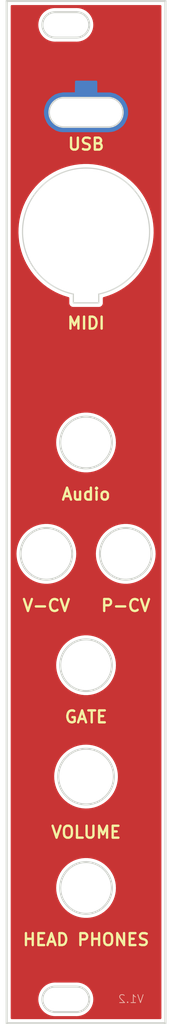
<source format=kicad_pcb>
(kicad_pcb (version 20211014) (generator pcbnew)

  (general
    (thickness 1.6)
  )

  (paper "A4")
  (layers
    (0 "F.Cu" signal)
    (31 "B.Cu" signal)
    (32 "B.Adhes" user "B.Adhesive")
    (33 "F.Adhes" user "F.Adhesive")
    (34 "B.Paste" user)
    (35 "F.Paste" user)
    (36 "B.SilkS" user "B.Silkscreen")
    (37 "F.SilkS" user "F.Silkscreen")
    (38 "B.Mask" user)
    (39 "F.Mask" user)
    (41 "Cmts.User" user "User.Comments")
    (42 "Eco1.User" user "User.Eco1")
    (43 "Eco2.User" user "User.Eco2")
    (44 "Edge.Cuts" user)
    (45 "Margin" user)
    (46 "B.CrtYd" user "B.Courtyard")
    (47 "F.CrtYd" user "F.Courtyard")
    (48 "B.Fab" user)
    (49 "F.Fab" user)
    (50 "User.1" user)
    (51 "User.2" user)
    (52 "User.3" user)
    (53 "User.4" user)
    (54 "User.5" user)
    (55 "User.6" user)
    (56 "User.7" user)
    (57 "User.8" user)
    (58 "User.9" user)
  )

  (setup
    (pad_to_mask_clearance 0)
    (pcbplotparams
      (layerselection 0x00010fc_ffffffff)
      (disableapertmacros false)
      (usegerberextensions false)
      (usegerberattributes true)
      (usegerberadvancedattributes true)
      (creategerberjobfile true)
      (svguseinch false)
      (svgprecision 6)
      (excludeedgelayer true)
      (plotframeref false)
      (viasonmask false)
      (mode 1)
      (useauxorigin false)
      (hpglpennumber 1)
      (hpglpenspeed 20)
      (hpglpendiameter 15.000000)
      (dxfpolygonmode true)
      (dxfimperialunits true)
      (dxfusepcbnewfont true)
      (psnegative false)
      (psa4output false)
      (plotreference true)
      (plotvalue true)
      (plotinvisibletext false)
      (sketchpadsonfab false)
      (subtractmaskfromsilk false)
      (outputformat 1)
      (mirror false)
      (drillshape 0)
      (scaleselection 1)
      (outputdirectory "Gerber/")
    )
  )

  (net 0 "")

  (gr_poly
    (pts
      (xy 103.08 58.52)
      (xy 103.35 58.57)
      (xy 103.78 58.76)
      (xy 104 58.9)
      (xy 104.23 59.11)
      (xy 104.4 59.3)
      (xy 104.56 59.55)
      (xy 104.72 59.93)
      (xy 104.78 60.17)
      (xy 104.8 60.51)
      (xy 104.79 60.74)
      (xy 104.68 61.19)
      (xy 104.51 61.53)
      (xy 104.3 61.82)
      (xy 104.02 62.08)
      (xy 103.75 62.26)
      (xy 103.45 62.39)
      (xy 103.22 62.45)
      (xy 103.02 62.49)
      (xy 102.8 62.5)
      (xy 97.2 62.5)
      (xy 96.81 62.46)
      (xy 96.49 62.37)
      (xy 96.13 62.18)
      (xy 95.81 61.94)
      (xy 95.66 61.78)
      (xy 95.43 61.43)
      (xy 95.28 61.06)
      (xy 95.21 60.66)
      (xy 95.2 60.37)
      (xy 95.26 60)
      (xy 95.4 59.63)
      (xy 95.58 59.33)
      (xy 95.8 59.07)
      (xy 96.06 58.86)
      (xy 96.45 58.64)
      (xy 96.93 58.52)
      (xy 98.6 58.52)
      (xy 98.61 56.5)
      (xy 101.4 56.51)
      (xy 101.4 58.51)
    ) (layer "B.Mask") (width 0) (fill solid) (tstamp 66105dde-eb31-49fd-bafb-3dfa8ae0f7fe))
  (gr_arc (start 102.8 58.5) (mid 104.8 60.5) (end 102.8 62.5) (layer "F.Mask") (width 0.05) (tstamp 4542f38d-b2ec-443f-a412-1bbd2cf235af))
  (gr_poly
    (pts
      (xy 103.08 58.52)
      (xy 103.35 58.57)
      (xy 103.78 58.76)
      (xy 104 58.9)
      (xy 104.23 59.11)
      (xy 104.4 59.3)
      (xy 104.56 59.55)
      (xy 104.72 59.93)
      (xy 104.78 60.17)
      (xy 104.8 60.51)
      (xy 104.79 60.74)
      (xy 104.68 61.19)
      (xy 104.51 61.53)
      (xy 104.3 61.82)
      (xy 104.02 62.08)
      (xy 103.75 62.26)
      (xy 103.45 62.39)
      (xy 103.22 62.45)
      (xy 103.02 62.49)
      (xy 102.8 62.5)
      (xy 97.2 62.5)
      (xy 96.81 62.46)
      (xy 96.49 62.37)
      (xy 96.13 62.18)
      (xy 95.81 61.94)
      (xy 95.66 61.78)
      (xy 95.43 61.43)
      (xy 95.28 61.06)
      (xy 95.21 60.66)
      (xy 95.2 60.37)
      (xy 95.26 60)
      (xy 95.4 59.63)
      (xy 95.58 59.33)
      (xy 95.8 59.07)
      (xy 96.06 58.86)
      (xy 96.45 58.64)
      (xy 96.72 58.56)
      (xy 97.21 58.5)
      (xy 102.81 58.5)
    ) (layer "F.Mask") (width 0) (fill solid) (tstamp 547a63e4-3c86-4bf4-981a-ba7311124616))
  (gr_arc (start 97.2 62.5) (mid 95.2 60.5) (end 97.2 58.5) (layer "F.Mask") (width 0.05) (tstamp f04ecaea-de43-411f-9f25-a3c6428daccb))
  (gr_line (start 98.4 83.339999) (end 98.4 84.45) (layer "Edge.Cuts") (width 0.15) (tstamp 0425be03-59e7-48ed-98c0-d101a0544193))
  (gr_line (start 96.1 51.1) (end 98.8 51.1) (layer "Edge.Cuts") (width 0.25) (tstamp 054a6091-59c7-4b16-ba07-e220bacd94b9))
  (gr_circle (center 100 144) (end 103.5 144) (layer "Edge.Cuts") (width 0.25) (fill none) (tstamp 05716c47-4173-4781-a88a-c6c528b2cc8a))
  (gr_arc (start 96.1 51.1) (mid 94.5 49.5) (end 96.1 47.9) (layer "Edge.Cuts") (width 0.25) (tstamp 2493193c-95f1-4885-826b-d872561bafbc))
  (gr_line (start 97.2 62.35) (end 102.8 62.35) (layer "Edge.Cuts") (width 0.2) (tstamp 32180d82-e10b-43fc-abfe-ef1e6359f5c9))
  (gr_circle (center 100 130) (end 103.25 130) (layer "Edge.Cuts") (width 0.25) (fill none) (tstamp 408b53bc-0f9f-4a78-8c7a-91a85946efc9))
  (gr_line (start 98.8 170.4) (end 96.1 170.4) (layer "Edge.Cuts") (width 0.25) (tstamp 56d38cc8-176c-4ffd-9ac7-ebb1023fab5c))
  (gr_line (start 98.8 47.9) (end 96.1 47.9) (layer "Edge.Cuts") (width 0.25) (tstamp 5fbcd966-749d-4d9b-b3ac-3d085677e0fb))
  (gr_arc (start 98.8 170.4) (mid 100.4 172) (end 98.8 173.6) (layer "Edge.Cuts") (width 0.25) (tstamp 610471e5-5052-42af-98f0-5194075df373))
  (gr_line (start 90 175) (end 110 175) (layer "Edge.Cuts") (width 0.25) (tstamp 62952ef9-7e3e-4d14-af55-758dd9537a98))
  (gr_circle (center 95 116) (end 98.25 116) (layer "Edge.Cuts") (width 0.25) (fill none) (tstamp 72a18aaf-290b-4866-abc4-e3d162d55f92))
  (gr_arc (start 96.1 173.6) (mid 94.5 172) (end 96.1 170.4) (layer "Edge.Cuts") (width 0.25) (tstamp 7454b3e9-eba6-4bb3-b70c-e4e3fa73f41a))
  (gr_line (start 110 46.5) (end 90 46.5) (layer "Edge.Cuts") (width 0.25) (tstamp 7cc861f7-1c21-442a-b58b-06e57213660c))
  (gr_arc (start 98.8 47.9) (mid 100.4 49.5) (end 98.8 51.1) (layer "Edge.Cuts") (width 0.25) (tstamp 8a355410-cb48-48cb-814c-e6fddba555ed))
  (gr_arc (start 98.4 83.339999) (mid 100 67.498401) (end 101.6 83.339999) (layer "Edge.Cuts") (width 0.15) (tstamp 934ba256-fe87-43f7-af4c-3d4fd94dab92))
  (gr_arc (start 102.8 58.65) (mid 104.65 60.5) (end 102.8 62.35) (layer "Edge.Cuts") (width 0.2) (tstamp acd7f784-ffe2-450b-85d5-17852984d6de))
  (gr_arc (start 97.2 62.35) (mid 95.35 60.5) (end 97.2 58.65) (layer "Edge.Cuts") (width 0.2) (tstamp b4f26abc-ae65-4811-81f8-f4d9581efff1))
  (gr_circle (center 100 102) (end 103.25 102) (layer "Edge.Cuts") (width 0.25) (fill none) (tstamp bdbd046f-47d8-4570-a4b0-17fa567a3e30))
  (gr_line (start 97.2 58.65) (end 102.8 58.65) (layer "Edge.Cuts") (width 0.2) (tstamp c03bc498-152e-40ac-8eff-c9b161818ccd))
  (gr_circle (center 105 116) (end 108.25 116) (layer "Edge.Cuts") (width 0.25) (fill none) (tstamp c38a322e-15c2-47f5-bb36-b487954856af))
  (gr_line (start 96.1 173.6) (end 98.8 173.6) (layer "Edge.Cuts") (width 0.25) (tstamp c5cec750-f4f2-4ccb-bfbf-6308785165b6))
  (gr_line (start 98.4 84.45) (end 101.6 84.45) (layer "Edge.Cuts") (width 0.15) (tstamp ccfd038b-7b50-42ea-ade4-3c1c1f76d331))
  (gr_line (start 101.6 84.45) (end 101.6 83.339999) (layer "Edge.Cuts") (width 0.15) (tstamp cd42aa1a-4fbe-4fca-9b5b-32f22cfb4eb3))
  (gr_line (start 110 175) (end 110 46.5) (layer "Edge.Cuts") (width 0.25) (tstamp ce56977d-6299-4eb2-9d2e-2220b98ed39d))
  (gr_line (start 90 46.5) (end 90 175) (layer "Edge.Cuts") (width 0.25) (tstamp e44933b6-46d1-4eca-b92f-e6e4a8d953c6))
  (gr_circle (center 100 158) (end 103.25 158) (layer "Edge.Cuts") (width 0.25) (fill none) (tstamp fd12ea2f-2e9a-426d-97d3-757505044e78))
  (gr_line (start 95 116) (end 95 113.5) (layer "F.Fab") (width 0.18) (tstamp 00c01aff-7518-48b1-bb99-6d22c131c3f6))
  (gr_line (start 100 158) (end 97.5 158) (layer "F.Fab") (width 0.18) (tstamp 017994a9-3e09-451e-8712-ad2133d54ff9))
  (gr_line (start 95 116) (end 97.5 116) (layer "F.Fab") (width 0.18) (tstamp 026c4e48-b30b-4805-869c-c75d3e89119f))
  (gr_line (start 105 75.5) (end 110.5 75.5) (layer "F.Fab") (width 0.18) (tstamp 02a685eb-69de-4b82-8202-571a705ea020))
  (gr_line (start 100 144) (end 100 141.5) (layer "F.Fab") (width 0.18) (tstamp 02b8e1eb-9f0b-4ac0-9bee-22fc910bdc38))
  (gr_line (start 105 116) (end 105 113.5) (layer "F.Fab") (width 0.18) (tstamp 09cb62ab-08f4-4e6c-9a43-09dcb66edfe1))
  (gr_line (start 105 144) (end 105.75 144) (layer "F.Fab") (width 0.18) (tstamp 0e3eb010-2278-4913-b2bc-045660da070e))
  (gr_line (start 100 130) (end 100 132.5) (layer "F.Fab") (width 0.18) (tstamp 101088ca-f890-4879-8f82-e5c0634d14c1))
  (gr_line (start 95 116) (end 95 118.5) (layer "F.Fab") (width 0.18) (tstamp 173424be-1c88-4bde-94c0-9dc400e05635))
  (gr_line (start 100 75.5) (end 102.5 75.5) (layer "F.Fab") (width 0.18) (tstamp 1b0a2078-7d31-46e0-aa73-7ccc3946a0a2))
  (gr_line (start 95 158) (end 94.25 158) (layer "F.Fab") (width 0.18) (tstamp 28e4e425-bc5a-41fa-9824-ea09721101d9))
  (gr_line (start 105 121) (end 105 121.75) (layer "F.Fab") (width 0.18) (tstamp 2ba58bfe-aa7b-475b-bea4-638767206658))
  (gr_line (start 100 135) (end 100 135.75) (layer "F.Fab") (width 0.18) (tstamp 2fa671fa-c29d-42c9-a9ca-d3546935494c))
  (gr_line (start 105 102) (end 105.75 102) (layer "F.Fab") (width 0.18) (tstamp 31677799-729d-4b25-b70a-4f44a7263a34))
  (gr_line (start 95 111) (end 95 110.25) (layer "F.Fab") (width 0.18) (tstamp 31be79e7-5203-4bcb-aa28-5380301e6dcb))
  (gr_line (start 100 97) (end 100 96.25) (layer "F.Fab") (width 0.18) (tstamp 340b2a17-b939-4890-9330-67fced206cff))
  (gr_line (start 95 75.5) (end 89.5 75.5) (layer "F.Fab") (width 0.18) (tstamp 39f48e59-ed23-4067-a39a-54168ec48451))
  (gr_line (start 105 116) (end 105 118.5) (layer "F.Fab") (width 0.18) (tstamp 3ef1af26-a880-40c7-af0d-918f5b0f5aa2))
  (gr_circle (center 105 116) (end 109 116) (layer "F.Fab") (width 0.2) (fill none) (tstamp 41a275e2-949e-486c-87a9-625dd9197162))
  (gr_line (start 100 75.5) (end 100 73) (layer "F.Fab") (width 0.18) (tstamp 4371dfa8-7e12-4b9c-89b7-8c80fa845fa9))
  (gr_line (start 95 130) (end 94.25 130) (layer "F.Fab") (width 0.18) (tstamp 4dbf38ad-9db5-4f72-aeac-fe77d8712162))
  (gr_line (start 100 149) (end 100 149.75) (layer "F.Fab") (width 0.18) (tstamp 5592baaa-b68e-4a64-a68b-8a7738d9b0de))
  (gr_line (start 100 138) (end 100 137.25) (layer "F.Fab") (width 0.18) (tstamp 5ac6f12e-da49-4616-bc08-7ef5424721f6))
  (gr_line (start 100 130) (end 97.5 130) (layer "F.Fab") (width 0.18) (tstamp 5ee8ee41-13ce-4e32-8081-75f661c7adf6))
  (gr_line (start 100 144) (end 102.5 144) (layer "F.Fab") (width 0.18) (tstamp 60e3b28a-bc73-4341-99e6-6b4eb2c8eec3))
  (gr_line (start 100 153) (end 100 152.25) (layer "F.Fab") (width 0.18) (tstamp 6465ba0d-991c-4ad6-80ee-fbf6c4bf7927))
  (gr_line (start 105 116) (end 107.5 116) (layer "F.Fab") (width 0.18) (tstamp 673785a5-bb02-4b6b-8286-e50002a08a8b))
  (gr_circle (center 100 158) (end 104 158) (layer "F.Fab") (width 0.2) (fill none) (tstamp 6938e6ec-a52e-4d9a-9858-05545295fd21))
  (gr_line (start 105 130) (end 105.75 130) (layer "F.Fab") (width 0.18) (tstamp 6c2e4853-dee8-4228-8d3e-36f959b4bf4c))
  (gr_line (start 105 116) (end 102.5 116) (layer "F.Fab") (width 0.18) (tstamp 745f36f5-2796-4e1c-93e0-f5da853608fb))
  (gr_line (start 100 158) (end 100 155.5) (layer "F.Fab") (width 0.18) (tstamp 8452d3f3-709c-46d0-95be-8b9c71d01ba7))
  (gr_line (start 100 125) (end 100 124.25) (layer "F.Fab") (width 0.18) (tstamp 854836d3-b597-4045-bc8d-609ec9215e03))
  (gr_circle (center 100 102) (end 104 102) (layer "F.Fab") (width 0.2) (fill none) (tstamp 85b7c3e0-099f-4496-8420-db2e9a2f323c))
  (gr_line (start 95 116) (end 92.5 116) (layer "F.Fab") (width 0.18) (tstamp 899b269f-4704-4d13-af91-4dc134ee11a7))
  (gr_line (start 100 102) (end 102.5 102) (layer "F.Fab") (width 0.18) (tstamp 90cf490d-110e-4554-947e-8c2ff3e22965))
  (gr_circle (center 100 130) (end 104 130) (layer "F.Fab") (width 0.2) (fill none) (tstamp 9112af19-f4f6-4119-a0f3-c17e80d2b022))
  (gr_line (start 100 158) (end 102.5 158) (layer "F.Fab") (width 0.18) (tstamp 94ee9c90-6b6b-4441-a867-845c00c41d90))
  (gr_line (start 100 75.5) (end 100 78) (layer "F.Fab") (width 0.18) (tstamp 95067149-ed9f-4727-8ff3-62a3cd353bb7))
  (gr_line (start 95 102) (end 94.25 102) (layer "F.Fab") (width 0.18) (tstamp 9937d90b-9699-4c00-ba51-793c3f6933fa))
  (gr_line (start 100 130) (end 102.5 130) (layer "F.Fab") (width 0.18) (tstamp 9f42446e-4a1c-4209-b02d-b1d74b358dd1))
  (gr_line (start 100 116) (end 99.25 116) (layer "F.Fab") (width 0.18) (tstamp a00ae81b-ca55-4e3e-b1da-14393914ea3c))
  (gr_line (start 100 102) (end 100 104.5) (layer "F.Fab") (width 0.18) (tstamp a64334ba-604a-45b5-9f84-49335b8caba8))
  (gr_line (start 110 116) (end 110.75 116) (layer "F.Fab") (width 0.18) (tstamp aced3b85-dbb7-46dd-9d52-ec7f974bc146))
  (gr_circle (center 100 75.5) (end 108.925 75.5) (layer "F.Fab") (width 0.2) (fill none) (tstamp ae9bcbd0-a59f-4adf-bcb1-81b846d1f956))
  (gr_line (start 100 163) (end 100 163.75) (layer "F.Fab") (width 0.18) (tstamp b0658174-8539-40a6-84f8-64c743c9ef1d))
  (gr_line (start 105 111) (end 105 110.25) (layer "F.Fab") (width 0.18) (tstamp b56c4f1c-fee0-49a3-b8eb-a0cd48340ba3))
  (gr_line (start 95 121) (end 95 121.75) (layer "F.Fab") (width 0.18) (tstamp ba84adfe-71d7-4d67-8781-4c9f6005ff0a))
  (gr_line (start 100 130) (end 100 127.5) (layer "F.Fab") (width 0.18) (tstamp be6240d5-f6f0-45e9-9642-e8afb3a90d8f))
  (gr_line (start 100 75.5) (end 97.5 75.5) (layer "F.Fab") (width 0.18) (tstamp d464811f-ed5e-488a-9ebf-2405c9d789bf))
  (gr_line (start 100 158) (end 100 160.5) (layer "F.Fab") (width 0.18) (tstamp d68bbda6-ef3c-4e9c-89ed-41804bd94789))
  (gr_circle (center 95 116) (end 99 116) (layer "F.Fab") (width 0.2) (fill none) (tstamp d7833437-d84e-47d3-adff-77aca2fa26f6))
  (gr_line (start 100 116) (end 100.75 116) (layer "F.Fab") (width 0.18) (tstamp d9a6caf7-685f-40c5-ad77-6b651d54204b))
  (gr_line (start 100 80.5) (end 100 86) (layer "F.Fab") (width 0.18) (tstamp d9ad7b07-4422-4365-9132-dda5cbae334d))
  (gr_line (start 100 70.5) (end 100 65) (layer "F.Fab") (width 0.18) (tstamp dfaf09ce-1cef-490c-8872-7226aebe8abf))
  (gr_line (start 100 144) (end 97.5 144) (layer "F.Fab") (width 0.18) (tstamp e0363fc3-0e2b-4fa2-bf09-dc5e17c8c7c9))
  (gr_line (start 90 116) (end 89.25 116) (layer "F.Fab") (width 0.18) (tstamp e0f371f4-3c85-4f29-b4cf-12fb0735ed88))
  (gr_line (start 100 144) (end 100 146.5) (layer "F.Fab") (width 0.18) (tstamp e4764548-c642-47f8-a058-7c04622d6ea5))
  (gr_line (start 100 102) (end 97.5 102) (layer "F.Fab") (width 0.18) (tstamp e580b433-bd47-4811-90be-05f7c125d761))
  (gr_line (start 95 144) (end 94.25 144) (layer "F.Fab") (width 0.18) (tstamp ead00d11-b27d-4f27-a054-4bc9ce8ea174))
  (gr_line (start 105 158) (end 105.75 158) (layer "F.Fab") (width 0.18) (tstamp ef8f8f9f-2b62-4b8a-a6a2-dbc273fc801b))
  (gr_line (start 100 102) (end 100 99.5) (layer "F.Fab") (width 0.18) (tstamp f201398d-75a0-4e57-88c6-53d5c38a1ba8))
  (gr_line (start 100 107) (end 100 107.75) (layer "F.Fab") (width 0.18) (tstamp f52681b4-6398-4a8f-a5a4-28e5991a6310))
  (gr_text "V1.2" (at 105.664 171.958) (layer "B.SilkS") (tstamp b70c32cb-c7a0-4805-8e87-921702fd0f1f)
    (effects (font (size 1 1) (thickness 0.1)) (justify mirror))
  )
  (gr_text "HEAD PHONES" (at 100 164.5) (layer "F.SilkS") (tstamp 012d511f-ea8d-400f-893e-9f834e26a15f)
    (effects (font (size 1.5 1.5) (thickness 0.3)))
  )
  (gr_text "VOLUME" (at 100 151) (layer "F.SilkS") (tstamp 14caf12f-2644-4b96-a0b0-5d7f90c8ec75)
    (effects (font (size 1.5 1.5) (thickness 0.3)))
  )
  (gr_text "Audio" (at 100 108.5) (layer "F.SilkS") (tstamp 4ba0cf3c-471d-4847-ba41-ffa7edd3dfdb)
    (effects (font (size 1.5 1.5) (thickness 0.3)))
  )
  (gr_text "V-CV" (at 95 122.5) (layer "F.SilkS") (tstamp 5ca9e9fc-31b9-49fb-85e7-fed55f975280)
    (effects (font (size 1.5 1.5) (thickness 0.3)))
  )
  (gr_text "GATE" (at 100 136.5) (layer "F.SilkS") (tstamp 6298ccca-389b-46ef-b053-4b52779c79d5)
    (effects (font (size 1.5 1.5) (thickness 0.3)))
  )
  (gr_text "MIDI" (at 100 87) (layer "F.SilkS") (tstamp a85f6ed7-ed4c-4888-9955-873927d79a8d)
    (effects (font (size 1.5 1.5) (thickness 0.3)))
  )
  (gr_text "P-CV" (at 105 122.5) (layer "F.SilkS") (tstamp c8f5ae33-820b-4068-870d-8c07540311e8)
    (effects (font (size 1.5 1.5) (thickness 0.3)))
  )
  (gr_text "USB" (at 100 64.5) (layer "F.SilkS") (tstamp ce9fd6de-093c-46c5-955e-988782f317f7)
    (effects (font (size 1.5 1.5) (thickness 0.3)))
  )
  (gr_text "OpenTheremin" (at 100 90.8) (layer "F.Mask") (tstamp 4f47ec86-70aa-496b-a432-76a797f9d2ca)
    (effects (font (size 1.5 1.5) (thickness 0.3)))
  )
  (gr_text "BreakOut" (at 100 93.594) (layer "F.Mask") (tstamp 8f5c2962-89e8-4e87-bc73-0abc9327a5ad)
    (effects (font (size 1.5 1.5) (thickness 0.3)))
  )

  (zone (net 0) (net_name "") (layer "F.Cu") (tstamp 3c0be8d6-ad49-4433-b4d0-a9faf56a6dc9) (hatch edge 0.508)
    (connect_pads yes (clearance 0))
    (min_thickness 0.254) (filled_areas_thickness no)
    (fill yes (thermal_gap 0.508) (thermal_bridge_width 0.508))
    (polygon
      (pts
        (xy 105.5 63.6)
        (xy 94.5 63.5)
        (xy 94.5 57.5)
        (xy 105.5 57.5)
      )
    )
    (filled_polygon
      (layer "F.Cu")
      (island)
      (pts
        (xy 105.5 63.6)
        (xy 94.5 63.5)
        (xy 94.5 60.5)
        (xy 95.344272 60.5)
        (xy 95.363161 60.764098)
        (xy 95.419442 61.022819)
        (xy 95.51197 61.270897)
        (xy 95.638862 61.503282)
        (xy 95.641563 61.50689)
        (xy 95.794836 61.71164)
        (xy 95.794842 61.711647)
        (xy 95.797534 61.715243)
        (xy 95.984757 61.902466)
        (xy 95.988353 61.905158)
        (xy 95.98836 61.905164)
        (xy 96.173988 62.044123)
        (xy 96.196718 62.061138)
        (xy 96.429103 62.18803)
        (xy 96.433315 62.189601)
        (xy 96.672963 62.278985)
        (xy 96.672966 62.278986)
        (xy 96.677181 62.280558)
        (xy 96.681571 62.281513)
        (xy 96.681578 62.281515)
        (xy 96.873797 62.323329)
        (xy 96.935902 62.336839)
        (xy 97.2 62.355728)
        (xy 97.2 62.352211)
        (xy 97.21127 62.351)
        (xy 102.784562 62.351)
        (xy 102.8 62.352382)
        (xy 102.8 62.355728)
        (xy 102.815785 62.354599)
        (xy 102.895215 62.348918)
        (xy 103.064098 62.336839)
        (xy 103.126203 62.323329)
        (xy 103.318422 62.281515)
        (xy 103.318429 62.281513)
        (xy 103.322819 62.280558)
        (xy 103.327034 62.278986)
        (xy 103.327037 62.278985)
        (xy 103.566685 62.189601)
        (xy 103.570897 62.18803)
        (xy 103.803282 62.061138)
        (xy 103.826012 62.044123)
        (xy 104.01164 61.905164)
        (xy 104.011647 61.905158)
        (xy 104.015243 61.902466)
        (xy 104.202466 61.715243)
        (xy 104.205158 61.711647)
        (xy 104.205164 61.71164)
        (xy 104.358437 61.50689)
        (xy 104.361138 61.503282)
        (xy 104.48803 61.270897)
        (xy 104.580558 61.022819)
        (xy 104.636839 60.764098)
        (xy 104.655728 60.5)
        (xy 104.636839 60.235902)
        (xy 104.580558 59.977181)
        (xy 104.48803 59.729103)
        (xy 104.361138 59.496718)
        (xy 104.344123 59.473988)
        (xy 104.205164 59.28836)
        (xy 104.205158 59.288353)
        (xy 104.202466 59.284757)
        (xy 104.015243 59.097534)
        (xy 104.011647 59.094842)
        (xy 104.01164 59.094836)
        (xy 103.80689 58.941563)
        (xy 103.803282 58.938862)
        (xy 103.570897 58.81197)
        (xy 103.340126 58.725897)
        (xy 103.327037 58.721015)
        (xy 103.327034 58.721014)
        (xy 103.322819 58.719442)
        (xy 103.318429 58.718487)
        (xy 103.318422 58.718485)
        (xy 103.094709 58.66982)
        (xy 103.064098 58.663161)
        (xy 102.8 58.644272)
        (xy 102.8 58.647789)
        (xy 102.78873 58.649)
        (xy 97.215438 58.649)
        (xy 97.2 58.647618)
        (xy 97.2 58.644272)
        (xy 96.935902 58.663161)
        (xy 96.905291 58.66982)
        (xy 96.681578 58.718485)
        (xy 96.681571 58.718487)
        (xy 96.677181 58.719442)
        (xy 96.672966 58.721014)
        (xy 96.672963 58.721015)
        (xy 96.659874 58.725897)
        (xy 96.429103 58.81197)
        (xy 96.196718 58.938862)
        (xy 96.19311 58.941563)
        (xy 95.98836 59.094836)
        (xy 95.988353 59.094842)
        (xy 95.984757 59.097534)
        (xy 95.797534 59.284757)
        (xy 95.794842 59.288353)
        (xy 95.794836 59.28836)
        (xy 95.655877 59.473988)
        (xy 95.638862 59.496718)
        (xy 95.51197 59.729103)
        (xy 95.419442 59.977181)
        (xy 95.363161 60.235902)
        (xy 95.344272 60.5)
        (xy 94.5 60.5)
        (xy 94.5 57.5)
        (xy 105.5 57.5)
      )
    )
  )
  (zone (net 0) (net_name "") (layer "F.Cu") (tstamp f0ebd3dd-6223-41f2-89e5-c5e552c68dbe) (hatch edge 0.508)
    (connect_pads (clearance 0.508))
    (min_thickness 0.254) (filled_areas_thickness no)
    (fill yes (thermal_gap 0.508) (thermal_bridge_width 0.508))
    (polygon
      (pts
        (xy 109.95 175.05)
        (xy 90 175.05)
        (xy 90 46.5)
        (xy 109.95 46.5)
      )
    )
    (filled_polygon
      (layer "F.Cu")
      (island)
      (pts
        (xy 109.433621 47.028502)
        (xy 109.480114 47.082158)
        (xy 109.4915 47.1345)
        (xy 109.4915 174.3655)
        (xy 109.471498 174.433621)
        (xy 109.417842 174.480114)
        (xy 109.3655 174.4915)
        (xy 90.6345 174.4915)
        (xy 90.566379 174.471498)
        (xy 90.519886 174.417842)
        (xy 90.5085 174.3655)
        (xy 90.5085 172)
        (xy 93.986976 172)
        (xy 94.005053 172.275805)
        (xy 94.005855 172.279838)
        (xy 94.005856 172.279844)
        (xy 94.046968 172.486523)
        (xy 94.058976 172.546891)
        (xy 94.14782 172.808619)
        (xy 94.149643 172.812315)
        (xy 94.149646 172.812323)
        (xy 94.206698 172.928012)
        (xy 94.270068 173.056512)
        (xy 94.423625 173.286328)
        (xy 94.605866 173.494134)
        (xy 94.813672 173.676375)
        (xy 95.043488 173.829932)
        (xy 95.047189 173.831757)
        (xy 95.287677 173.950354)
        (xy 95.287685 173.950357)
        (xy 95.291381 173.95218)
        (xy 95.295295 173.953509)
        (xy 95.295296 173.953509)
        (xy 95.549196 174.039696)
        (xy 95.5492 174.039697)
        (xy 95.553109 174.041024)
        (xy 95.557153 174.041828)
        (xy 95.557159 174.04183)
        (xy 95.820156 174.094144)
        (xy 95.820162 174.094145)
        (xy 95.824195 174.094947)
        (xy 95.8283 174.095216)
        (xy 95.828307 174.095217)
        (xy 95.965896 174.104234)
        (xy 96.067697 174.110907)
        (xy 96.080352 174.112382)
        (xy 96.081904 174.112643)
        (xy 96.082656 174.11277)
        (xy 96.082658 174.11277)
        (xy 96.087448 174.113576)
        (xy 96.093724 174.113653)
        (xy 96.09514 174.11367)
        (xy 96.095143 174.11367)
        (xy 96.1 174.113729)
        (xy 96.127624 174.109773)
        (xy 96.145486 174.1085)
        (xy 98.74675 174.1085)
        (xy 98.767655 174.110246)
        (xy 98.782656 174.11277)
        (xy 98.782659 174.11277)
        (xy 98.787448 174.113576)
        (xy 98.793687 174.113652)
        (xy 98.79514 174.11367)
        (xy 98.795143 174.11367)
        (xy 98.8 174.113729)
        (xy 98.804819 174.113039)
        (xy 98.805338 174.113005)
        (xy 98.813905 174.112113)
        (xy 99.071693 174.095217)
        (xy 99.0717 174.095216)
        (xy 99.075805 174.094947)
        (xy 99.079838 174.094145)
        (xy 99.079844 174.094144)
        (xy 99.342841 174.04183)
        (xy 99.342847 174.041828)
        (xy 99.346891 174.041024)
        (xy 99.3508 174.039697)
        (xy 99.350804 174.039696)
        (xy 99.604704 173.953509)
        (xy 99.604705 173.953509)
        (xy 99.608619 173.95218)
        (xy 99.612315 173.950357)
        (xy 99.612323 173.950354)
        (xy 99.852811 173.831757)
        (xy 99.856512 173.829932)
        (xy 100.086328 173.676375)
        (xy 100.294134 173.494134)
        (xy 100.476375 173.286328)
        (xy 100.629932 173.056512)
        (xy 100.693302 172.928012)
        (xy 100.750354 172.812323)
        (xy 100.750357 172.812315)
        (xy 100.75218 172.808619)
        (xy 100.841024 172.546891)
        (xy 100.853032 172.486523)
        (xy 100.894144 172.279844)
        (xy 100.894145 172.279838)
        (xy 100.894947 172.275805)
        (xy 100.913024 172)
        (xy 100.894947 171.724195)
        (xy 100.890393 171.701297)
        (xy 100.84183 171.457159)
        (xy 100.841828 171.457153)
        (xy 100.841024 171.453109)
        (xy 100.75218 171.191381)
        (xy 100.750357 171.187685)
        (xy 100.750354 171.187677)
        (xy 100.631757 170.947189)
        (xy 100.629932 170.943488)
        (xy 100.476375 170.713672)
        (xy 100.294134 170.505866)
        (xy 100.086328 170.323625)
        (xy 99.856512 170.170068)
        (xy 99.808143 170.146215)
        (xy 99.612323 170.049646)
        (xy 99.612315 170.049643)
        (xy 99.608619 170.04782)
        (xy 99.604704 170.046491)
        (xy 99.350804 169.960304)
        (xy 99.3508 169.960303)
        (xy 99.346891 169.958976)
        (xy 99.342847 169.958172)
        (xy 99.342841 169.95817)
        (xy 99.079844 169.905856)
        (xy 99.079838 169.905855)
        (xy 99.075805 169.905053)
        (xy 99.0717 169.904784)
        (xy 99.071693 169.904783)
        (xy 98.934104 169.895766)
        (xy 98.832303 169.889093)
        (xy 98.819648 169.887618)
        (xy 98.818096 169.887357)
        (xy 98.817344 169.88723)
        (xy 98.817342 169.88723)
        (xy 98.812552 169.886424)
        (xy 98.806276 169.886347)
        (xy 98.80486 169.88633)
        (xy 98.804857 169.88633)
        (xy 98.8 169.886271)
        (xy 98.780288 169.889094)
        (xy 98.772376 169.890227)
        (xy 98.754514 169.8915)
        (xy 96.15325 169.8915)
        (xy 96.132345 169.889754)
        (xy 96.117344 169.88723)
        (xy 96.117341 169.88723)
        (xy 96.112552 169.886424)
        (xy 96.106313 169.886348)
        (xy 96.10486 169.88633)
        (xy 96.104857 169.88633)
        (xy 96.1 169.886271)
        (xy 96.095181 169.886961)
        (xy 96.094662 169.886995)
        (xy 96.086095 169.887887)
        (xy 95.828307 169.904783)
        (xy 95.8283 169.904784)
        (xy 95.824195 169.905053)
        (xy 95.820162 169.905855)
        (xy 95.820156 169.905856)
        (xy 95.557159 169.95817)
        (xy 95.557153 169.958172)
        (xy 95.553109 169.958976)
        (xy 95.5492 169.960303)
        (xy 95.549196 169.960304)
        (xy 95.295296 170.046491)
        (xy 95.291381 170.04782)
        (xy 95.287685 170.049643)
        (xy 95.287677 170.049646)
        (xy 95.091857 170.146215)
        (xy 95.043488 170.170068)
        (xy 94.813672 170.323625)
        (xy 94.605866 170.505866)
        (xy 94.423625 170.713672)
        (xy 94.270068 170.943488)
        (xy 94.268243 170.947189)
        (xy 94.149646 171.187677)
        (xy 94.149643 171.187685)
        (xy 94.14782 171.191381)
        (xy 94.058976 171.453109)
        (xy 94.058172 171.457153)
        (xy 94.05817 171.457159)
        (xy 94.009608 171.701297)
        (xy 94.005053 171.724195)
        (xy 93.986976 172)
        (xy 90.5085 172)
        (xy 90.5085 157.986864)
        (xy 96.236693 157.986864)
        (xy 96.236843 157.990045)
        (xy 96.2515 158.300837)
        (xy 96.254631 158.367237)
        (xy 96.310916 158.74385)
        (xy 96.311702 158.746932)
        (xy 96.311702 158.746934)
        (xy 96.381955 159.022546)
        (xy 96.404972 159.112847)
        (xy 96.535836 159.47045)
        (xy 96.702169 159.812998)
        (xy 96.902266 160.136983)
        (xy 97.13408 160.439089)
        (xy 97.395237 160.716222)
        (xy 97.683063 160.965545)
        (xy 97.685673 160.96738)
        (xy 97.685679 160.967384)
        (xy 97.719932 160.991457)
        (xy 97.994611 161.184504)
        (xy 98.326691 161.370859)
        (xy 98.329605 161.372126)
        (xy 98.329609 161.372128)
        (xy 98.472884 161.434426)
        (xy 98.675904 161.522701)
        (xy 98.718744 161.536373)
        (xy 99.035629 161.637504)
        (xy 99.035637 161.637506)
        (xy 99.038673 161.638475)
        (xy 99.241044 161.681121)
        (xy 99.408166 161.71634)
        (xy 99.408171 161.716341)
        (xy 99.411285 161.716997)
        (xy 99.789925 161.757462)
        (xy 99.793112 161.757479)
        (xy 99.793118 161.757479)
        (xy 99.965791 161.758383)
        (xy 100.170716 161.759456)
        (xy 100.314092 161.74565)
        (xy 100.546594 161.723263)
        (xy 100.546599 161.723262)
        (xy 100.549759 161.722958)
        (xy 100.552879 161.722335)
        (xy 100.552883 161.722334)
        (xy 100.920045 161.648968)
        (xy 100.920044 161.648968)
        (xy 100.923173 161.648343)
        (xy 100.926209 161.647409)
        (xy 100.926217 161.647407)
        (xy 101.28409 161.53731)
        (xy 101.284094 161.537309)
        (xy 101.287135 161.536373)
        (xy 101.29007 161.535133)
        (xy 101.290076 161.535131)
        (xy 101.44586 161.469325)
        (xy 101.637918 161.388197)
        (xy 101.971932 161.20533)
        (xy 102.285756 160.989644)
        (xy 102.288195 160.987576)
        (xy 102.288201 160.987571)
        (xy 102.573736 160.74542)
        (xy 102.576177 160.74335)
        (xy 102.578383 160.741058)
        (xy 102.578389 160.741052)
        (xy 102.838014 160.47126)
        (xy 102.840221 160.468967)
        (xy 103.075186 160.169305)
        (xy 103.278665 159.847433)
        (xy 103.280085 159.844585)
        (xy 103.28009 159.844576)
        (xy 103.447155 159.509494)
        (xy 103.448575 159.506646)
        (xy 103.583177 159.150432)
        (xy 103.681092 158.78244)
        (xy 103.68678 158.746934)
        (xy 103.740813 158.409588)
        (xy 103.741318 158.406437)
        (xy 103.743763 158.364045)
        (xy 103.76314 158.027968)
        (xy 103.763238 158.026273)
        (xy 103.76333 158)
        (xy 103.746645 157.670645)
        (xy 103.744225 157.622865)
        (xy 103.744224 157.62286)
        (xy 103.744064 157.619692)
        (xy 103.686465 157.243277)
        (xy 103.631553 157.030949)
        (xy 103.591918 156.877691)
        (xy 103.591915 156.877683)
        (xy 103.591121 156.874611)
        (xy 103.586487 156.862082)
        (xy 103.528196 156.704502)
        (xy 103.45901 156.517467)
        (xy 103.424585 156.447197)
        (xy 103.292889 156.17837)
        (xy 103.292885 156.178362)
        (xy 103.291483 156.175501)
        (xy 103.090255 155.852217)
        (xy 102.857388 155.550922)
        (xy 102.743056 155.430441)
        (xy 102.597465 155.277019)
        (xy 102.597462 155.277016)
        (xy 102.595266 155.274702)
        (xy 102.306572 155.026386)
        (xy 101.994261 154.808515)
        (xy 101.661532 154.623321)
        (xy 101.658612 154.622063)
        (xy 101.658607 154.622061)
        (xy 101.314726 154.473962)
        (xy 101.314716 154.473958)
        (xy 101.311792 154.472699)
        (xy 100.94862 154.358191)
        (xy 100.683149 154.303214)
        (xy 100.578861 154.281617)
        (xy 100.578858 154.281617)
        (xy 100.575736 154.28097)
        (xy 100.297836 154.252253)
        (xy 100.200113 154.242154)
        (xy 100.20011 154.242154)
        (xy 100.196957 154.241828)
        (xy 100.19379 154.241822)
        (xy 100.193781 154.241822)
        (xy 100.006199 154.241495)
        (xy 99.816162 154.241163)
        (xy 99.437249 154.278983)
        (xy 99.434114 154.279621)
        (xy 99.434113 154.279621)
        (xy 99.067219 154.354267)
        (xy 99.064098 154.354902)
        (xy 98.700529 154.468141)
        (xy 98.350265 154.617541)
        (xy 98.347477 154.61908)
        (xy 98.347475 154.619081)
        (xy 98.248181 154.673894)
        (xy 98.016891 154.801573)
        (xy 98.01427 154.803388)
        (xy 98.014265 154.803391)
        (xy 97.706446 155.016536)
        (xy 97.703822 155.018353)
        (xy 97.414263 155.26566)
        (xy 97.151178 155.540963)
        (xy 97.149221 155.543476)
        (xy 97.14922 155.543478)
        (xy 96.989367 155.748819)
        (xy 96.917261 155.841443)
        (xy 96.714906 156.164023)
        (xy 96.546186 156.505401)
        (xy 96.545072 156.508382)
        (xy 96.545071 156.508383)
        (xy 96.541675 156.517467)
        (xy 96.412829 156.862082)
        (xy 96.316199 157.230414)
        (xy 96.315706 157.233563)
        (xy 96.315704 157.233572)
        (xy 96.302449 157.318217)
        (xy 96.257286 157.606625)
        (xy 96.257115 157.609791)
        (xy 96.257114 157.609796)
        (xy 96.256578 157.619692)
        (xy 96.237536 157.971292)
        (xy 96.236693 157.986864)
        (xy 90.5085 157.986864)
        (xy 90.5085 143.943965)
        (xy 95.987057 143.943965)
        (xy 96.000741 144.335827)
        (xy 96.052599 144.724484)
        (xy 96.142136 145.106225)
        (xy 96.268496 145.477407)
        (xy 96.430475 145.834487)
        (xy 96.626525 146.174056)
        (xy 96.628314 146.176554)
        (xy 96.628316 146.176558)
        (xy 96.728047 146.31586)
        (xy 96.854776 146.492874)
        (xy 97.113049 146.787896)
        (xy 97.398878 147.056308)
        (xy 97.709536 147.295546)
        (xy 97.712139 147.297173)
        (xy 97.712144 147.297176)
        (xy 97.831576 147.371805)
        (xy 98.042056 147.503328)
        (xy 98.393266 147.67767)
        (xy 98.759812 147.816907)
        (xy 99.138195 147.919712)
        (xy 99.436419 147.970153)
        (xy 99.521783 147.984591)
        (xy 99.521786 147.984591)
        (xy 99.524805 147.985102)
        (xy 99.679444 147.995916)
        (xy 99.912885 148.01224)
        (xy 99.912893 148.01224)
        (xy 99.915951 148.012454)
        (xy 100.168037 148.005413)
        (xy 100.304825 148.001592)
        (xy 100.304828 148.001592)
        (xy 100.307899 148.001506)
        (xy 100.310952 148.00112)
        (xy 100.310956 148.00112)
        (xy 100.452576 147.983229)
        (xy 100.696908 147.952362)
        (xy 100.699912 147.95168)
        (xy 100.699915 147.951679)
        (xy 101.076269 147.866174)
        (xy 101.076275 147.866172)
        (xy 101.079265 147.865493)
        (xy 101.082184 147.864522)
        (xy 101.448396 147.7427)
        (xy 101.448402 147.742698)
        (xy 101.45132 147.741727)
        (xy 101.592735 147.678765)
        (xy 101.806722 147.583492)
        (xy 101.806728 147.583489)
        (xy 101.809522 147.582245)
        (xy 101.812191 147.580729)
        (xy 102.147784 147.390086)
        (xy 102.14779 147.390083)
        (xy 102.150452 147.38857)
        (xy 102.470855 147.16255)
        (xy 102.59639 147.054192)
        (xy 102.765347 146.908353)
        (xy 102.765351 146.908349)
        (xy 102.767674 146.906344)
        (xy 102.84504 146.825102)
        (xy 103.035957 146.624618)
        (xy 103.038074 146.622395)
        (xy 103.140197 146.491684)
        (xy 103.277565 146.31586)
        (xy 103.277567 146.315857)
        (xy 103.279475 146.313415)
        (xy 103.489574 145.982354)
        (xy 103.666363 145.63237)
        (xy 103.698437 145.549678)
        (xy 103.807041 145.269681)
        (xy 103.807044 145.269672)
        (xy 103.808156 145.266805)
        (xy 103.9136 144.889148)
        (xy 103.981688 144.503004)
        (xy 103.994788 144.332747)
        (xy 104.011619 144.114013)
        (xy 104.011619 144.114002)
        (xy 104.011769 144.112059)
        (xy 104.013334 144)
        (xy 104.010594 143.943965)
        (xy 103.99433 143.61144)
        (xy 103.99418 143.608367)
        (xy 103.936901 143.220473)
        (xy 103.842043 142.840019)
        (xy 103.710512 142.470637)
        (xy 103.543564 142.115854)
        (xy 103.541997 142.113225)
        (xy 103.541992 142.113216)
        (xy 103.344361 141.781689)
        (xy 103.342791 141.779055)
        (xy 103.340977 141.776595)
        (xy 103.340972 141.776587)
        (xy 103.111933 141.465926)
        (xy 103.111931 141.465923)
        (xy 103.110111 141.463455)
        (xy 102.847744 141.172068)
        (xy 102.558195 140.907673)
        (xy 102.244228 140.672795)
        (xy 102.196015 140.643596)
        (xy 101.911467 140.471267)
        (xy 101.911458 140.471262)
        (xy 101.908839 140.469676)
        (xy 101.555229 140.300255)
        (xy 101.552339 140.299203)
        (xy 101.552334 140.299201)
        (xy 101.189674 140.167204)
        (xy 101.189671 140.167203)
        (xy 101.186775 140.166149)
        (xy 100.910563 140.095229)
        (xy 100.809977 140.069403)
        (xy 100.809974 140.069402)
        (xy 100.806993 140.068637)
        (xy 100.419508 140.008651)
        (xy 100.028018 139.986764)
        (xy 100.024939 139.986893)
        (xy 100.024936 139.986893)
        (xy 99.769188 139.997612)
        (xy 99.636261 140.003183)
        (xy 99.633217 140.003611)
        (xy 99.633215 140.003611)
        (xy 99.422778 140.033186)
        (xy 99.247976 140.057753)
        (xy 98.866869 140.149953)
        (xy 98.496579 140.278902)
        (xy 98.140638 140.443369)
        (xy 97.802446 140.641785)
        (xy 97.642444 140.758033)
        (xy 97.487711 140.870453)
        (xy 97.487705 140.870458)
        (xy 97.48523 140.872256)
        (xy 97.482944 140.874285)
        (xy 97.482941 140.874288)
        (xy 97.403123 140.945154)
        (xy 97.192017 141.132583)
        (xy 97.189938 141.134828)
        (xy 97.189931 141.134835)
        (xy 97.101569 141.230258)
        (xy 96.925608 141.420279)
        (xy 96.688544 141.732599)
        (xy 96.483089 142.066562)
        (xy 96.311203 142.41898)
        (xy 96.174527 142.786489)
        (xy 96.074367 143.165581)
        (xy 96.011677 143.552638)
        (xy 96.011483 143.555718)
        (xy 96.011483 143.55572)
        (xy 95.989443 143.906035)
        (xy 95.987057 143.943965)
        (xy 90.5085 143.943965)
        (xy 90.5085 129.986864)
        (xy 96.236693 129.986864)
        (xy 96.236843 129.990045)
        (xy 96.2515 130.300837)
        (xy 96.254631 130.367237)
        (xy 96.310916 130.74385)
        (xy 96.311702 130.746932)
        (xy 96.311702 130.746934)
        (xy 96.381955 131.022546)
        (xy 96.404972 131.112847)
        (xy 96.535836 131.47045)
        (xy 96.702169 131.812998)
        (xy 96.902266 132.136983)
        (xy 97.13408 132.439089)
        (xy 97.395237 132.716222)
        (xy 97.683063 132.965545)
        (xy 97.685673 132.96738)
        (xy 97.685679 132.967384)
        (xy 97.719932 132.991457)
        (xy 97.994611 133.184504)
        (xy 98.326691 133.370859)
        (xy 98.329605 133.372126)
        (xy 98.329609 133.372128)
        (xy 98.472884 133.434426)
        (xy 98.675904 133.522701)
        (xy 98.718744 133.536373)
        (xy 99.035629 133.637504)
        (xy 99.035637 133.637506)
        (xy 99.038673 133.638475)
        (xy 99.241044 133.681121)
        (xy 99.408166 133.71634)
        (xy 99.408171 133.716341)
        (xy 99.411285 133.716997)
        (xy 99.789925 133.757462)
        (xy 99.793112 133.757479)
        (xy 99.793118 133.757479)
        (xy 99.965791 133.758383)
        (xy 100.170716 133.759456)
        (xy 100.314092 133.74565)
        (xy 100.546594 133.723263)
        (xy 100.546599 133.723262)
        (xy 100.549759 133.722958)
        (xy 100.552879 133.722335)
        (xy 100.552883 133.722334)
        (xy 100.920045 133.648968)
        (xy 100.920044 133.648968)
        (xy 100.923173 133.648343)
        (xy 100.926209 133.647409)
        (xy 100.926217 133.647407)
        (xy 101.28409 133.53731)
        (xy 101.284094 133.537309)
        (xy 101.287135 133.536373)
        (xy 101.29007 133.535133)
        (xy 101.290076 133.535131)
        (xy 101.44586 133.469325)
        (xy 101.637918 133.388197)
        (xy 101.971932 133.20533)
        (xy 102.285756 132.989644)
        (xy 102.288195 132.987576)
        (xy 102.288201 132.987571)
        (xy 102.573736 132.74542)
        (xy 102.576177 132.74335)
        (xy 102.578383 132.741058)
        (xy 102.578389 132.741052)
        (xy 102.838014 132.47126)
        (xy 102.840221 132.468967)
        (xy 103.075186 132.169305)
        (xy 103.278665 131.847433)
        (xy 103.280085 131.844585)
        (xy 103.28009 131.844576)
        (xy 103.447155 131.509494)
        (xy 103.448575 131.506646)
        (xy 103.583177 131.150432)
        (xy 103.681092 130.78244)
        (xy 103.68678 130.746934)
        (xy 103.740813 130.409588)
        (xy 103.741318 130.406437)
        (xy 103.743763 130.364045)
        (xy 103.76314 130.027968)
        (xy 103.763238 130.026273)
        (xy 103.76333 130)
        (xy 103.746645 129.670645)
        (xy 103.744225 129.622865)
        (xy 103.744224 129.62286)
        (xy 103.744064 129.619692)
        (xy 103.686465 129.243277)
        (xy 103.631553 129.030949)
        (xy 103.591918 128.877691)
        (xy 103.591915 128.877683)
        (xy 103.591121 128.874611)
        (xy 103.586487 128.862082)
        (xy 103.528196 128.704502)
        (xy 103.45901 128.517467)
        (xy 103.424585 128.447197)
        (xy 103.292889 128.17837)
        (xy 103.292885 128.178362)
        (xy 103.291483 128.175501)
        (xy 103.090255 127.852217)
        (xy 102.857388 127.550922)
        (xy 102.743056 127.430441)
        (xy 102.597465 127.277019)
        (xy 102.597462 127.277016)
        (xy 102.595266 127.274702)
        (xy 102.306572 127.026386)
        (xy 101.994261 126.808515)
        (xy 101.661532 126.623321)
        (xy 101.658612 126.622063)
        (xy 101.658607 126.622061)
        (xy 101.314726 126.473962)
        (xy 101.314716 126.473958)
        (xy 101.311792 126.472699)
        (xy 100.94862 126.358191)
        (xy 100.683149 126.303214)
        (xy 100.578861 126.281617)
        (xy 100.578858 126.281617)
        (xy 100.575736 126.28097)
        (xy 100.297836 126.252253)
        (xy 100.200113 126.242154)
        (xy 100.20011 126.242154)
        (xy 100.196957 126.241828)
        (xy 100.19379 126.241822)
        (xy 100.193781 126.241822)
        (xy 100.006199 126.241495)
        (xy 99.816162 126.241163)
        (xy 99.437249 126.278983)
        (xy 99.434114 126.279621)
        (xy 99.434113 126.279621)
        (xy 99.067219 126.354267)
        (xy 99.064098 126.354902)
        (xy 98.700529 126.468141)
        (xy 98.350265 126.617541)
        (xy 98.347477 126.61908)
        (xy 98.347475 126.619081)
        (xy 98.248181 126.673894)
        (xy 98.016891 126.801573)
        (xy 98.01427 126.803388)
        (xy 98.014265 126.803391)
        (xy 97.706446 127.016536)
        (xy 97.703822 127.018353)
        (xy 97.414263 127.26566)
        (xy 97.151178 127.540963)
        (xy 97.149221 127.543476)
        (xy 97.14922 127.543478)
        (xy 96.989367 127.748819)
        (xy 96.917261 127.841443)
        (xy 96.714906 128.164023)
        (xy 96.546186 128.505401)
        (xy 96.545072 128.508382)
        (xy 96.545071 128.508383)
        (xy 96.541675 128.517467)
        (xy 96.412829 128.862082)
        (xy 96.316199 129.230414)
        (xy 96.315706 129.233563)
        (xy 96.315704 129.233572)
        (xy 96.302449 129.318217)
        (xy 96.257286 129.606625)
        (xy 96.257115 129.609791)
        (xy 96.257114 129.609796)
        (xy 96.256578 129.619692)
        (xy 96.237536 129.971292)
        (xy 96.236693 129.986864)
        (xy 90.5085 129.986864)
        (xy 90.5085 115.986864)
        (xy 91.236693 115.986864)
        (xy 91.236843 115.990045)
        (xy 91.2515 116.300837)
        (xy 91.254631 116.367237)
        (xy 91.310916 116.74385)
        (xy 91.311702 116.746932)
        (xy 91.311702 116.746934)
        (xy 91.381955 117.022546)
        (xy 91.404972 117.112847)
        (xy 91.535836 117.47045)
        (xy 91.702169 117.812998)
        (xy 91.902266 118.136983)
        (xy 92.13408 118.439089)
        (xy 92.395237 118.716222)
        (xy 92.683063 118.965545)
        (xy 92.685673 118.96738)
        (xy 92.685679 118.967384)
        (xy 92.719932 118.991457)
        (xy 92.994611 119.184504)
        (xy 93.326691 119.370859)
        (xy 93.329605 119.372126)
        (xy 93.329609 119.372128)
        (xy 93.472884 119.434426)
        (xy 93.675904 119.522701)
        (xy 93.718744 119.536373)
        (xy 94.035629 119.637504)
        (xy 94.035637 119.637506)
        (xy 94.038673 119.638475)
        (xy 94.241044 119.681121)
        (xy 94.408166 119.71634)
        (xy 94.408171 119.716341)
        (xy 94.411285 119.716997)
        (xy 94.789925 119.757462)
        (xy 94.793112 119.757479)
        (xy 94.793118 119.757479)
        (xy 94.965791 119.758383)
        (xy 95.170716 119.759456)
        (xy 95.314092 119.74565)
        (xy 95.546594 119.723263)
        (xy 95.546599 119.723262)
        (xy 95.549759 119.722958)
        (xy 95.552879 119.722335)
        (xy 95.552883 119.722334)
        (xy 95.920045 119.648968)
        (xy 95.920044 119.648968)
        (xy 95.923173 119.648343)
        (xy 95.926209 119.647409)
        (xy 95.926217 119.647407)
        (xy 96.28409 119.53731)
        (xy 96.284094 119.537309)
        (xy 96.287135 119.536373)
        (xy 96.29007 119.535133)
        (xy 96.290076 119.535131)
        (xy 96.44586 119.469325)
        (xy 96.637918 119.388197)
        (xy 96.971932 119.20533)
        (xy 97.285756 118.989644)
        (xy 97.288195 118.987576)
        (xy 97.288201 118.987571)
        (xy 97.573736 118.74542)
        (xy 97.576177 118.74335)
        (xy 97.578383 118.741058)
        (xy 97.578389 118.741052)
        (xy 97.838014 118.47126)
        (xy 97.840221 118.468967)
        (xy 98.075186 118.169305)
        (xy 98.278665 117.847433)
        (xy 98.280085 117.844585)
        (xy 98.28009 117.844576)
        (xy 98.447155 117.509494)
        (xy 98.448575 117.506646)
        (xy 98.583177 117.150432)
        (xy 98.681092 116.78244)
        (xy 98.68678 116.746934)
        (xy 98.740813 116.409588)
        (xy 98.741318 116.406437)
        (xy 98.743763 116.364045)
        (xy 98.76314 116.027968)
        (xy 98.763238 116.026273)
        (xy 98.76333 116)
        (xy 98.762665 115.986864)
        (xy 101.236693 115.986864)
        (xy 101.236843 115.990045)
        (xy 101.2515 116.300837)
        (xy 101.254631 116.367237)
        (xy 101.310916 116.74385)
        (xy 101.311702 116.746932)
        (xy 101.311702 116.746934)
        (xy 101.381955 117.022546)
        (xy 101.404972 117.112847)
        (xy 101.535836 117.47045)
        (xy 101.702169 117.812998)
        (xy 101.902266 118.136983)
        (xy 102.13408 118.439089)
        (xy 102.395237 118.716222)
        (xy 102.683063 118.965545)
        (xy 102.685673 118.96738)
        (xy 102.685679 118.967384)
        (xy 102.719932 118.991457)
        (xy 102.994611 119.184504)
        (xy 103.326691 119.370859)
        (xy 103.329605 119.372126)
        (xy 103.329609 119.372128)
        (xy 103.472884 119.434426)
        (xy 103.675904 119.522701)
        (xy 103.718744 119.536373)
        (xy 104.035629 119.637504)
        (xy 104.035637 119.637506)
        (xy 104.038673 119.638475)
        (xy 104.241044 119.681121)
        (xy 104.408166 119.71634)
        (xy 104.408171 119.716341)
        (xy 104.411285 119.716997)
        (xy 104.789925 119.757462)
        (xy 104.793112 119.757479)
        (xy 104.793118 119.757479)
        (xy 104.965791 119.758383)
        (xy 105.170716 119.759456)
        (xy 105.314092 119.74565)
        (xy 105.546594 119.723263)
        (xy 105.546599 119.723262)
        (xy 105.549759 119.722958)
        (xy 105.552879 119.722335)
        (xy 105.552883 119.722334)
        (xy 105.920045 119.648968)
        (xy 105.920044 119.648968)
        (xy 105.923173 119.648343)
        (xy 105.926209 119.647409)
        (xy 105.926217 119.647407)
        (xy 106.28409 119.53731)
        (xy 106.284094 119.537309)
        (xy 106.287135 119.536373)
        (xy 106.29007 119.535133)
        (xy 106.290076 119.535131)
        (xy 106.44586 119.469325)
        (xy 106.637918 119.388197)
        (xy 106.971932 119.20533)
        (xy 107.285756 118.989644)
        (xy 107.288195 118.987576)
        (xy 107.288201 118.987571)
        (xy 107.573736 118.74542)
        (xy 107.576177 118.74335)
        (xy 107.578383 118.741058)
        (xy 107.578389 118.741052)
        (xy 107.838014 118.47126)
        (xy 107.840221 118.468967)
        (xy 108.075186 118.169305)
        (xy 108.278665 117.847433)
        (xy 108.280085 117.844585)
        (xy 108.28009 117.844576)
        (xy 108.447155 117.509494)
        (xy 108.448575 117.506646)
        (xy 108.583177 117.150432)
        (xy 108.681092 116.78244)
        (xy 108.68678 116.746934)
        (xy 108.740813 116.409588)
        (xy 108.741318 116.406437)
        (xy 108.743763 116.364045)
        (xy 108.76314 116.027968)
        (xy 108.763238 116.026273)
        (xy 108.76333 116)
        (xy 108.746645 115.670645)
        (xy 108.744225 115.622865)
        (xy 108.744224 115.62286)
        (xy 108.744064 115.619692)
        (xy 108.686465 115.243277)
        (xy 108.631553 115.030949)
        (xy 108.591918 114.877691)
        (xy 108.591915 114.877683)
        (xy 108.591121 114.874611)
        (xy 108.586487 114.862082)
        (xy 108.528196 114.704502)
        (xy 108.45901 114.517467)
        (xy 108.424585 114.447197)
        (xy 108.292889 114.17837)
        (xy 108.292885 114.178362)
        (xy 108.291483 114.175501)
        (xy 108.090255 113.852217)
        (xy 107.857388 113.550922)
        (xy 107.743056 113.430441)
        (xy 107.597465 113.277019)
        (xy 107.597462 113.277016)
        (xy 107.595266 113.274702)
        (xy 107.306572 113.026386)
        (xy 106.994261 112.808515)
        (xy 106.661532 112.623321)
        (xy 106.658612 112.622063)
        (xy 106.658607 112.622061)
        (xy 106.314726 112.473962)
        (xy 106.314716 112.473958)
        (xy 106.311792 112.472699)
        (xy 105.94862 112.358191)
        (xy 105.683149 112.303214)
        (xy 105.578861 112.281617)
        (xy 105.578858 112.281617)
        (xy 105.575736 112.28097)
        (xy 105.297836 112.252253)
        (xy 105.200113 112.242154)
        (xy 105.20011 112.242154)
        (xy 105.196957 112.241828)
        (xy 105.19379 112.241822)
        (xy 105.193781 112.241822)
        (xy 105.006199 112.241495)
        (xy 104.816162 112.241163)
        (xy 104.437249 112.278983)
        (xy 104.434114 112.279621)
        (xy 104.434113 112.279621)
        (xy 104.067219 112.354267)
        (xy 104.064098 112.354902)
        (xy 103.700529 112.468141)
        (xy 103.350265 112.617541)
        (xy 103.347477 112.61908)
        (xy 103.347475 112.619081)
        (xy 103.248181 112.673894)
        (xy 103.016891 112.801573)
        (xy 103.01427 112.803388)
        (xy 103.014265 112.803391)
        (xy 102.706446 113.016536)
        (xy 102.703822 113.018353)
        (xy 102.414263 113.26566)
        (xy 102.151178 113.540963)
        (xy 102.149221 113.543476)
        (xy 102.14922 113.543478)
        (xy 101.989367 113.748819)
        (xy 101.917261 113.841443)
        (xy 101.714906 114.164023)
        (xy 101.546186 114.505401)
        (xy 101.545072 114.508382)
        (xy 101.545071 114.508383)
        (xy 101.541675 114.517467)
        (xy 101.412829 114.862082)
        (xy 101.316199 115.230414)
        (xy 101.315706 115.233563)
        (xy 101.315704 115.233572)
        (xy 101.302449 115.318217)
        (xy 101.257286 115.606625)
        (xy 101.257115 115.609791)
        (xy 101.257114 115.609796)
        (xy 101.256578 115.619692)
        (xy 101.237536 115.971292)
        (xy 101.236693 115.986864)
        (xy 98.762665 115.986864)
        (xy 98.746645 115.670645)
        (xy 98.744225 115.622865)
        (xy 98.744224 115.62286)
        (xy 98.744064 115.619692)
        (xy 98.686465 115.243277)
        (xy 98.631553 115.030949)
        (xy 98.591918 114.877691)
        (xy 98.591915 114.877683)
        (xy 98.591121 114.874611)
        (xy 98.586487 114.862082)
        (xy 98.528196 114.704502)
        (xy 98.45901 114.517467)
        (xy 98.424585 114.447197)
        (xy 98.292889 114.17837)
        (xy 98.292885 114.178362)
        (xy 98.291483 114.175501)
        (xy 98.090255 113.852217)
        (xy 97.857388 113.550922)
        (xy 97.743056 113.430441)
        (xy 97.597465 113.277019)
        (xy 97.597462 113.277016)
        (xy 97.595266 113.274702)
        (xy 97.306572 113.026386)
        (xy 96.994261 112.808515)
        (xy 96.661532 112.623321)
        (xy 96.658612 112.622063)
        (xy 96.658607 112.622061)
        (xy 96.314726 112.473962)
        (xy 96.314716 112.473958)
        (xy 96.311792 112.472699)
        (xy 95.94862 112.358191)
        (xy 95.683149 112.303214)
        (xy 95.578861 112.281617)
        (xy 95.578858 112.281617)
        (xy 95.575736 112.28097)
        (xy 95.297836 112.252253)
        (xy 95.200113 112.242154)
        (xy 95.20011 112.242154)
        (xy 95.196957 112.241828)
        (xy 95.19379 112.241822)
        (xy 95.193781 112.241822)
        (xy 95.006199 112.241495)
        (xy 94.816162 112.241163)
        (xy 94.437249 112.278983)
        (xy 94.434114 112.279621)
        (xy 94.434113 112.279621)
        (xy 94.067219 112.354267)
        (xy 94.064098 112.354902)
        (xy 93.700529 112.468141)
        (xy 93.350265 112.617541)
        (xy 93.347477 112.61908)
        (xy 93.347475 112.619081)
        (xy 93.248181 112.673894)
        (xy 93.016891 112.801573)
        (xy 93.01427 112.803388)
        (xy 93.014265 112.803391)
        (xy 92.706446 113.016536)
        (xy 92.703822 113.018353)
        (xy 92.414263 113.26566)
        (xy 92.151178 113.540963)
        (xy 92.149221 113.543476)
        (xy 92.14922 113.543478)
        (xy 91.989367 113.748819)
        (xy 91.917261 113.841443)
        (xy 91.714906 114.164023)
        (xy 91.546186 114.505401)
        (xy 91.545072 114.508382)
        (xy 91.545071 114.508383)
        (xy 91.541675 114.517467)
        (xy 91.412829 114.862082)
        (xy 91.316199 115.230414)
        (xy 91.315706 115.233563)
        (xy 91.315704 115.233572)
        (xy 91.302449 115.318217)
        (xy 91.257286 115.606625)
        (xy 91.257115 115.609791)
        (xy 91.257114 115.609796)
        (xy 91.256578 115.619692)
        (xy 91.237536 115.971292)
        (xy 91.236693 115.986864)
        (xy 90.5085 115.986864)
        (xy 90.5085 101.986864)
        (xy 96.236693 101.986864)
        (xy 96.236843 101.990045)
        (xy 96.2515 102.300837)
        (xy 96.254631 102.367237)
        (xy 96.310916 102.74385)
        (xy 96.311702 102.746932)
        (xy 96.311702 102.746934)
        (xy 96.381955 103.022546)
        (xy 96.404972 103.112847)
        (xy 96.535836 103.47045)
        (xy 96.702169 103.812998)
        (xy 96.902266 104.136983)
        (xy 97.13408 104.439089)
        (xy 97.395237 104.716222)
        (xy 97.683063 104.965545)
        (xy 97.685673 104.96738)
        (xy 97.685679 104.967384)
        (xy 97.719932 104.991457)
        (xy 97.994611 105.184504)
        (xy 98.326691 105.370859)
        (xy 98.329605 105.372126)
        (xy 98.329609 105.372128)
        (xy 98.472884 105.434426)
        (xy 98.675904 105.522701)
        (xy 98.718744 105.536373)
        (xy 99.035629 105.637504)
        (xy 99.035637 105.637506)
        (xy 99.038673 105.638475)
        (xy 99.241044 105.681121)
        (xy 99.408166 105.71634)
        (xy 99.408171 105.716341)
        (xy 99.411285 105.716997)
        (xy 99.789925 105.757462)
        (xy 99.793112 105.757479)
        (xy 99.793118 105.757479)
        (xy 99.965791 105.758383)
        (xy 100.170716 105.759456)
        (xy 100.314092 105.74565)
        (xy 100.546594 105.723263)
        (xy 100.546599 105.723262)
        (xy 100.549759 105.722958)
        (xy 100.552879 105.722335)
        (xy 100.552883 105.722334)
        (xy 100.920045 105.648968)
        (xy 100.920044 105.648968)
        (xy 100.923173 105.648343)
        (xy 100.926209 105.647409)
        (xy 100.926217 105.647407)
        (xy 101.28409 105.53731)
        (xy 101.284094 105.537309)
        (xy 101.287135 105.536373)
        (xy 101.29007 105.535133)
        (xy 101.290076 105.535131)
        (xy 101.44586 105.469325)
        (xy 101.637918 105.388197)
        (xy 101.971932 105.20533)
        (xy 102.285756 104.989644)
        (xy 102.288195 104.987576)
        (xy 102.288201 104.987571)
        (xy 102.573736 104.74542)
        (xy 102.576177 104.74335)
        (xy 102.578383 104.741058)
        (xy 102.578389 104.741052)
        (xy 102.838014 104.47126)
        (xy 102.840221 104.468967)
        (xy 103.075186 104.169305)
        (xy 103.278665 103.847433)
        (xy 103.280085 103.844585)
        (xy 103.28009 103.844576)
        (xy 103.447155 103.509494)
        (xy 103.448575 103.506646)
        (xy 103.583177 103.150432)
        (xy 103.681092 102.78244)
        (xy 103.68678 102.746934)
        (xy 103.740813 102.409588)
        (xy 103.741318 102.406437)
        (xy 103.743763 102.364045)
        (xy 103.76314 102.027968)
        (xy 103.763238 102.026273)
        (xy 103.76333 102)
        (xy 103.746645 101.670645)
        (xy 103.744225 101.622865)
        (xy 103.744224 101.62286)
        (xy 103.744064 101.619692)
        (xy 103.686465 101.243277)
        (xy 103.631553 101.030949)
        (xy 103.591918 100.877691)
        (xy 103.591915 100.877683)
        (xy 103.591121 100.874611)
        (xy 103.586487 100.862082)
        (xy 103.528196 100.704502)
        (xy 103.45901 100.517467)
        (xy 103.424585 100.447197)
        (xy 103.292889 100.17837)
        (xy 103.292885 100.178362)
        (xy 103.291483 100.175501)
        (xy 103.090255 99.852217)
        (xy 102.857388 99.550922)
        (xy 102.743056 99.430441)
        (xy 102.597465 99.277019)
        (xy 102.597462 99.277016)
        (xy 102.595266 99.274702)
        (xy 102.306572 99.026386)
        (xy 101.994261 98.808515)
        (xy 101.661532 98.623321)
        (xy 101.658612 98.622063)
        (xy 101.658607 98.622061)
        (xy 101.314726 98.473962)
        (xy 101.314716 98.473958)
        (xy 101.311792 98.472699)
        (xy 100.94862 98.358191)
        (xy 100.683149 98.303214)
        (xy 100.578861 98.281617)
        (xy 100.578858 98.281617)
        (xy 100.575736 98.28097)
        (xy 100.297836 98.252253)
        (xy 100.200113 98.242154)
        (xy 100.20011 98.242154)
        (xy 100.196957 98.241828)
        (xy 100.19379 98.241822)
        (xy 100.193781 98.241822)
        (xy 100.006199 98.241495)
        (xy 99.816162 98.241163)
        (xy 99.437249 98.278983)
        (xy 99.434114 98.279621)
        (xy 99.434113 98.279621)
        (xy 99.067219 98.354267)
        (xy 99.064098 98.354902)
        (xy 98.700529 98.468141)
        (xy 98.350265 98.617541)
        (xy 98.347477 98.61908)
        (xy 98.347475 98.619081)
        (xy 98.248181 98.673894)
        (xy 98.016891 98.801573)
        (xy 98.01427 98.803388)
        (xy 98.014265 98.803391)
        (xy 97.706446 99.016536)
        (xy 97.703822 99.018353)
        (xy 97.414263 99.26566)
        (xy 97.151178 99.540963)
        (xy 97.149221 99.543476)
        (xy 97.14922 99.543478)
        (xy 96.989367 99.748819)
        (xy 96.917261 99.841443)
        (xy 96.714906 100.164023)
        (xy 96.546186 100.505401)
        (xy 96.545072 100.508382)
        (xy 96.545071 100.508383)
        (xy 96.541675 100.517467)
        (xy 96.412829 100.862082)
        (xy 96.316199 101.230414)
        (xy 96.315706 101.233563)
        (xy 96.315704 101.233572)
        (xy 96.302449 101.318217)
        (xy 96.257286 101.606625)
        (xy 96.257115 101.609791)
        (xy 96.257114 101.609796)
        (xy 96.256578 101.619692)
        (xy 96.237536 101.971292)
        (xy 96.236693 101.986864)
        (xy 90.5085 101.986864)
        (xy 90.5085 75.650097)
        (xy 91.486367 75.650097)
        (xy 91.486476 75.65221)
        (xy 91.486476 75.652224)
        (xy 91.504479 76.001979)
        (xy 91.515946 76.224774)
        (xy 91.584271 76.796142)
        (xy 91.691031 77.361589)
        (xy 91.835739 77.918535)
        (xy 91.836408 77.92054)
        (xy 91.836411 77.920552)
        (xy 92.017057 78.462412)
        (xy 92.017063 78.462427)
        (xy 92.017732 78.464435)
        (xy 92.236181 78.996797)
        (xy 92.490087 79.513189)
        (xy 92.491146 79.515019)
        (xy 92.777224 80.009409)
        (xy 92.777231 80.009421)
        (xy 92.778291 80.011252)
        (xy 93.099477 80.488713)
        (xy 93.100778 80.49039)
        (xy 93.450873 80.94171)
        (xy 93.450885 80.941724)
        (xy 93.452177 80.94339)
        (xy 93.834782 81.373207)
        (xy 94.245543 81.776201)
        (xy 94.682585 82.150532)
        (xy 95.143911 82.494489)
        (xy 95.627415 82.806503)
        (xy 95.629262 82.807525)
        (xy 95.62927 82.80753)
        (xy 96.091264 83.063217)
        (xy 96.130889 83.085147)
        (xy 96.652034 83.32915)
        (xy 96.654002 83.329914)
        (xy 97.186483 83.536628)
        (xy 97.186498 83.536633)
        (xy 97.188468 83.537398)
        (xy 97.190503 83.538033)
        (xy 97.19051 83.538036)
        (xy 97.735706 83.708302)
        (xy 97.73571 83.708303)
        (xy 97.737743 83.708938)
        (xy 97.739806 83.709432)
        (xy 97.739809 83.709433)
        (xy 97.794852 83.722618)
        (xy 97.856439 83.757939)
        (xy 97.889154 83.820949)
        (xy 97.8915 83.845152)
        (xy 97.8915 84.441377)
        (xy 97.891498 84.442147)
        (xy 97.891024 84.519721)
        (xy 97.893491 84.528352)
        (xy 97.89915 84.548153)
        (xy 97.902728 84.564915)
        (xy 97.90692 84.594187)
        (xy 97.910634 84.602355)
        (xy 97.910634 84.602356)
        (xy 97.917548 84.617562)
        (xy 97.923996 84.635086)
        (xy 97.931051 84.659771)
        (xy 97.935843 84.667365)
        (xy 97.935844 84.667368)
        (xy 97.94683 84.68478)
        (xy 97.954969 84.699863)
        (xy 97.967208 84.726782)
        (xy 97.973069 84.733584)
        (xy 97.98397 84.746235)
        (xy 97.995073 84.761239)
        (xy 98.008776 84.782958)
        (xy 98.015501 84.788897)
        (xy 98.015504 84.788901)
        (xy 98.030938 84.802532)
        (xy 98.042982 84.814724)
        (xy 98.056427 84.830327)
        (xy 98.05643 84.830329)
        (xy 98.062287 84.837127)
        (xy 98.069816 84.842007)
        (xy 98.069817 84.842008)
        (xy 98.083835 84.851094)
        (xy 98.098709 84.862385)
        (xy 98.111217 84.873431)
        (xy 98.117951 84.879378)
        (xy 98.144711 84.891942)
        (xy 98.159691 84.900263)
        (xy 98.176983 84.911471)
        (xy 98.176988 84.911473)
        (xy 98.184515 84.916352)
        (xy 98.193108 84.918922)
        (xy 98.193113 84.918924)
        (xy 98.20912 84.923711)
        (xy 98.226564 84.930372)
        (xy 98.241676 84.937467)
        (xy 98.241678 84.937468)
        (xy 98.2498 84.941281)
        (xy 98.258667 84.942662)
        (xy 98.258668 84.942662)
        (xy 98.261353 84.94308)
        (xy 98.279017 84.94583)
        (xy 98.295732 84.949613)
        (xy 98.315466 84.955515)
        (xy 98.315472 84.955516)
        (xy 98.324066 84.958086)
        (xy 98.333037 84.958141)
        (xy 98.333038 84.958141)
        (xy 98.343097 84.958202)
        (xy 98.358506 84.958296)
        (xy 98.359289 84.958329)
        (xy 98.360386 84.9585)
        (xy 98.391377 84.9585)
        (xy 98.392147 84.958502)
        (xy 98.465785 84.958952)
        (xy 98.465786 84.958952)
        (xy 98.469721 84.958976)
        (xy 98.471065 84.958592)
        (xy 98.47241 84.9585)
        (xy 101.591377 84.9585)
        (xy 101.592148 84.958502)
        (xy 101.669721 84.958976)
        (xy 101.698152 84.95085)
        (xy 101.714915 84.947272)
        (xy 101.715753 84.947152)
        (xy 101.744187 84.94308)
        (xy 101.767564 84.932451)
        (xy 101.785087 84.926004)
        (xy 101.809771 84.918949)
        (xy 101.817365 84.914157)
        (xy 101.817368 84.914156)
        (xy 101.83478 84.90317)
        (xy 101.849865 84.89503)
        (xy 101.876782 84.882792)
        (xy 101.896235 84.86603)
        (xy 101.911239 84.854927)
        (xy 101.932958 84.841224)
        (xy 101.938897 84.834499)
        (xy 101.938901 84.834496)
        (xy 101.952532 84.819062)
        (xy 101.964724 84.807018)
        (xy 101.980327 84.793573)
        (xy 101.980329 84.79357)
        (xy 101.987127 84.787713)
        (xy 102.001094 84.766165)
        (xy 102.012385 84.751291)
        (xy 102.023431 84.738783)
        (xy 102.023432 84.738782)
        (xy 102.029378 84.732049)
        (xy 102.041943 84.705287)
        (xy 102.050263 84.690309)
        (xy 102.061471 84.673017)
        (xy 102.061473 84.673012)
        (xy 102.066352 84.665485)
        (xy 102.068922 84.656892)
        (xy 102.068924 84.656887)
        (xy 102.073711 84.64088)
        (xy 102.080372 84.623436)
        (xy 102.087467 84.608324)
        (xy 102.087468 84.608322)
        (xy 102.091281 84.6002)
        (xy 102.09583 84.570983)
        (xy 102.099613 84.554268)
        (xy 102.105515 84.534534)
        (xy 102.105516 84.534528)
        (xy 102.108086 84.525934)
        (xy 102.108296 84.491494)
        (xy 102.108329 84.490711)
        (xy 102.1085 84.489614)
        (xy 102.1085 84.458623)
        (xy 102.108502 84.457853)
        (xy 102.108952 84.384215)
        (xy 102.108952 84.384214)
        (xy 102.108976 84.380279)
        (xy 102.108592 84.378935)
        (xy 102.1085 84.37759)
        (xy 102.1085 83.845151)
        (xy 102.128502 83.77703)
        (xy 102.182158 83.730537)
        (xy 102.205136 83.722621)
        (xy 102.262257 83.708938)
        (xy 102.5873 83.607426)
        (xy 102.80949 83.538036)
        (xy 102.809497 83.538033)
        (xy 102.811532 83.537398)
        (xy 102.813502 83.536633)
        (xy 102.813517 83.536628)
        (xy 103.345998 83.329914)
        (xy 103.347966 83.32915)
        (xy 103.869111 83.085147)
        (xy 103.908736 83.063217)
        (xy 104.37073 82.80753)
        (xy 104.370738 82.807525)
        (xy 104.372585 82.806503)
        (xy 104.856089 82.494489)
        (xy 105.317415 82.150532)
        (xy 105.754457 81.776201)
        (xy 106.165218 81.373207)
        (xy 106.547823 80.94339)
        (xy 106.549115 80.941724)
        (xy 106.549127 80.94171)
        (xy 106.899222 80.49039)
        (xy 106.900523 80.488713)
        (xy 107.221709 80.011252)
        (xy 107.222769 80.009421)
        (xy 107.222776 80.009409)
        (xy 107.508854 79.515019)
        (xy 107.509913 79.513189)
        (xy 107.763819 78.996797)
        (xy 107.982268 78.464435)
        (xy 107.982937 78.462427)
        (xy 107.982943 78.462412)
        (xy 108.163589 77.920552)
        (xy 108.163592 77.92054)
        (xy 108.164261 77.918535)
        (xy 108.308969 77.361589)
        (xy 108.415729 76.796142)
        (xy 108.484054 76.224774)
        (xy 108.495521 76.001979)
        (xy 108.513524 75.652224)
        (xy 108.513524 75.65221)
        (xy 108.513633 75.650097)
        (xy 108.50433 75.074734)
        (xy 108.456187 74.501314)
        (xy 108.369425 73.932454)
        (xy 108.24444 73.370754)
        (xy 108.081802 72.818777)
        (xy 107.882254 72.279046)
        (xy 107.66247 71.789157)
        (xy 107.647588 71.755985)
        (xy 107.64758 71.755969)
        (xy 107.646708 71.754025)
        (xy 107.37624 71.246112)
        (xy 107.072084 70.757627)
        (xy 106.73563 70.2908)
        (xy 106.368414 69.847764)
        (xy 105.972114 69.430541)
        (xy 105.548538 69.041037)
        (xy 105.099623 68.681032)
        (xy 105.097887 68.679823)
        (xy 105.097879 68.679817)
        (xy 104.629178 68.353395)
        (xy 104.629169 68.353389)
        (xy 104.627417 68.352169)
        (xy 104.134079 68.055951)
        (xy 103.621859 67.793729)
        (xy 103.093099 67.566702)
        (xy 102.550212 67.375907)
        (xy 102.548162 67.375339)
        (xy 102.548153 67.375336)
        (xy 102.245712 67.291512)
        (xy 101.995679 67.222214)
        (xy 101.432031 67.106326)
        (xy 100.861843 67.028772)
        (xy 100.859713 67.028628)
        (xy 100.859705 67.028627)
        (xy 100.289853 66.99005)
        (xy 100.289839 66.99005)
        (xy 100.287719 66.989906)
        (xy 99.712281 66.989906)
        (xy 99.710161 66.99005)
        (xy 99.710147 66.99005)
        (xy 99.140295 67.028627)
        (xy 99.140287 67.028628)
        (xy 99.138157 67.028772)
        (xy 98.567969 67.106326)
        (xy 98.004321 67.222214)
        (xy 97.754288 67.291512)
        (xy 97.451847 67.375336)
        (xy 97.451838 67.375339)
        (xy 97.449788 67.375907)
        (xy 96.906901 67.566702)
        (xy 96.378141 67.793729)
        (xy 95.865921 68.055951)
        (xy 95.372583 68.352169)
        (xy 95.370831 68.353389)
        (xy 95.370822 68.353395)
        (xy 94.902121 68.679817)
        (xy 94.902113 68.679823)
        (xy 94.900377 68.681032)
        (xy 94.451462 69.041037)
        (xy 94.027886 69.430541)
        (xy 93.631586 69.847764)
        (xy 93.26437 70.2908)
        (xy 92.927916 70.757627)
        (xy 92.62376 71.246112)
        (xy 92.353292 71.754025)
        (xy 92.35242 71.755969)
        (xy 92.352412 71.755985)
        (xy 92.33753 71.789157)
        (xy 92.117746 72.279046)
        (xy 91.918198 72.818777)
        (xy 91.75556 73.370754)
        (xy 91.630575 73.932454)
        (xy 91.543813 74.501314)
        (xy 91.49567 75.074734)
        (xy 91.486367 75.650097)
        (xy 90.5085 75.650097)
        (xy 90.5085 60.648384)
        (xy 94.8415 60.648384)
        (xy 94.878695 60.942813)
        (xy 94.952498 61.230258)
        (xy 95.061746 61.506186)
        (xy 95.063648 61.509645)
        (xy 95.063649 61.509648)
        (xy 95.157199 61.679814)
        (xy 95.204715 61.766246)
        (xy 95.379152 62.006337)
        (xy 95.582304 62.222672)
        (xy 95.810968 62.411839)
        (xy 96.061538 62.570856)
        (xy 96.216374 62.643716)
        (xy 96.326472 62.695524)
        (xy 96.326476 62.695526)
        (xy 96.330062 62.697213)
        (xy 96.612305 62.78892)
        (xy 96.903817 62.844529)
        (xy 97.051491 62.85382)
        (xy 97.169492 62.861244)
        (xy 97.182477 62.86274)
        (xy 97.182648 62.862769)
        (xy 97.182654 62.86277)
        (xy 97.187448 62.863576)
        (xy 97.193793 62.863653)
        (xy 97.19514 62.86367)
        (xy 97.195143 62.86367)
        (xy 97.2 62.863729)
        (xy 97.227624 62.859773)
        (xy 97.245486 62.8585)
        (xy 102.74675 62.8585)
        (xy 102.767655 62.860246)
        (xy 102.782656 62.86277)
        (xy 102.782659 62.86277)
        (xy 102.787448 62.863576)
        (xy 102.793687 62.863652)
        (xy 102.79514 62.86367)
        (xy 102.795143 62.86367)
        (xy 102.8 62.863729)
        (xy 102.804815 62.86304)
        (xy 102.807713 62.862851)
        (xy 102.812038 62.862406)
        (xy 103.096183 62.844529)
        (xy 103.387695 62.78892)
        (xy 103.669938 62.697213)
        (xy 103.673524 62.695526)
        (xy 103.673528 62.695524)
        (xy 103.783626 62.643716)
        (xy 103.938462 62.570856)
        (xy 104.189032 62.411839)
        (xy 104.417696 62.222672)
        (xy 104.620848 62.006337)
        (xy 104.795285 61.766246)
        (xy 104.842802 61.679814)
        (xy 104.936351 61.509648)
        (xy 104.936352 61.509645)
        (xy 104.938254 61.506186)
        (xy 105.047502 61.230258)
        (xy 105.121305 60.942813)
        (xy 105.1585 60.648384)
        (xy 105.1585 60.351616)
        (xy 105.121305 60.057187)
        (xy 105.047502 59.769742)
        (xy 104.938254 59.493814)
        (xy 104.909422 59.441368)
        (xy 104.797194 59.237226)
        (xy 104.797192 59.237223)
        (xy 104.795285 59.233754)
        (xy 104.620848 58.993663)
        (xy 104.417696 58.777328)
        (xy 104.189032 58.588161)
        (xy 103.938462 58.429144)
        (xy 103.783626 58.356284)
        (xy 103.673528 58.304476)
        (xy 103.673524 58.304474)
        (xy 103.669938 58.302787)
        (xy 103.387695 58.21108)
        (xy 103.096183 58.155471)
        (xy 102.948509 58.14618)
        (xy 102.830508 58.138756)
        (xy 102.817523 58.13726)
        (xy 102.817352 58.137231)
        (xy 102.817346 58.13723)
        (xy 102.812552 58.136424)
        (xy 102.806207 58.136347)
        (xy 102.80486 58.13633)
        (xy 102.804857 58.13633)
        (xy 102.8 58.136271)
        (xy 102.785518 58.138345)
        (xy 102.772376 58.140227)
        (xy 102.754514 58.1415)
        (xy 97.25325 58.1415)
        (xy 97.232345 58.139754)
        (xy 97.217344 58.13723)
        (xy 97.217341 58.13723)
        (xy 97.212552 58.136424)
        (xy 97.206313 58.136348)
        (xy 97.20486 58.13633)
        (xy 97.204857 58.13633)
        (xy 97.2 58.136271)
        (xy 97.195185 58.13696)
        (xy 97.192287 58.137149)
        (xy 97.187962 58.137594)
        (xy 96.903817 58.155471)
        (xy 96.612305 58.21108)
        (xy 96.330062 58.302787)
        (xy 96.326476 58.304474)
        (xy 96.326472 58.304476)
        (xy 96.216374 58.356284)
        (xy 96.061538 58.429144)
        (xy 95.810968 58.588161)
        (xy 95.582304 58.777328)
        (xy 95.379152 58.993663)
        (xy 95.204715 59.233754)
        (xy 95.202808 59.237223)
        (xy 95.202806 59.237226)
        (xy 95.090578 59.441368)
        (xy 95.061746 59.493814)
        (xy 94.952498 59.769742)
        (xy 94.878695 60.057187)
        (xy 94.8415 60.351616)
        (xy 94.8415 60.648384)
        (xy 90.5085 60.648384)
        (xy 90.5085 49.5)
        (xy 93.986976 49.5)
        (xy 94.005053 49.775805)
        (xy 94.005855 49.779838)
        (xy 94.005856 49.779844)
        (xy 94.046968 49.986523)
        (xy 94.058976 50.046891)
        (xy 94.14782 50.308619)
        (xy 94.149643 50.312315)
        (xy 94.149646 50.312323)
        (xy 94.206698 50.428012)
        (xy 94.270068 50.556512)
        (xy 94.423625 50.786328)
        (xy 94.605866 50.994134)
        (xy 94.813672 51.176375)
        (xy 95.043488 51.329932)
        (xy 95.047189 51.331757)
        (xy 95.287677 51.450354)
        (xy 95.287685 51.450357)
        (xy 95.291381 51.45218)
        (xy 95.295295 51.453509)
        (xy 95.295296 51.453509)
        (xy 95.549196 51.539696)
        (xy 95.5492 51.539697)
        (xy 95.553109 51.541024)
        (xy 95.557153 51.541828)
        (xy 95.557159 51.54183)
        (xy 95.820156 51.594144)
        (xy 95.820162 51.594145)
        (xy 95.824195 51.594947)
        (xy 95.8283 51.595216)
        (xy 95.828307 51.595217)
        (xy 95.965896 51.604234)
        (xy 96.067697 51.610907)
        (xy 96.080352 51.612382)
        (xy 96.081904 51.612643)
        (xy 96.082656 51.61277)
        (xy 96.082658 51.61277)
        (xy 96.087448 51.613576)
        (xy 96.093724 51.613652)
        (xy 96.09514 51.61367)
        (xy 96.095143 51.61367)
        (xy 96.1 51.613729)
        (xy 96.127624 51.609773)
        (xy 96.145486 51.6085)
        (xy 98.74675 51.6085)
        (xy 98.767655 51.610246)
        (xy 98.782656 51.61277)
        (xy 98.782659 51.61277)
        (xy 98.787448 51.613576)
        (xy 98.793687 51.613652)
        (xy 98.79514 51.61367)
        (xy 98.795143 51.61367)
        (xy 98.8 51.613729)
        (xy 98.804819 51.613039)
        (xy 98.805338 51.613005)
        (xy 98.813905 51.612113)
        (xy 99.071693 51.595217)
        (xy 99.0717 51.595216)
        (xy 99.075805 51.594947)
        (xy 99.079838 51.594145)
        (xy 99.079844 51.594144)
        (xy 99.342841 51.54183)
        (xy 99.342847 51.541828)
        (xy 99.346891 51.541024)
        (xy 99.3508 51.539697)
        (xy 99.350804 51.539696)
        (xy 99.604704 51.453509)
        (xy 99.604705 51.453509)
        (xy 99.608619 51.45218)
        (xy 99.612315 51.450357)
        (xy 99.612323 51.450354)
        (xy 99.852811 51.331757)
        (xy 99.856512 51.329932)
        (xy 100.086328 51.176375)
        (xy 100.294134 50.994134)
        (xy 100.476375 50.786328)
        (xy 100.629932 50.556512)
        (xy 100.693302 50.428012)
        (xy 100.750354 50.312323)
        (xy 100.750357 50.312315)
        (xy 100.75218 50.308619)
        (xy 100.841024 50.046891)
        (xy 100.853032 49.986523)
        (xy 100.894144 49.779844)
        (xy 100.894145 49.779838)
        (xy 100.894947 49.775805)
        (xy 100.913024 49.5)
        (xy 100.894947 49.224195)
        (xy 100.890393 49.201297)
        (xy 100.84183 48.957159)
        (xy 100.841828 48.957153)
        (xy 100.841024 48.953109)
        (xy 100.75218 48.691381)
        (xy 100.750357 48.687685)
        (xy 100.750354 48.687677)
        (xy 100.631757 48.447189)
        (xy 100.629932 48.443488)
        (xy 100.476375 48.213672)
        (xy 100.294134 48.005866)
        (xy 100.086328 47.823625)
        (xy 99.856512 47.670068)
        (xy 99.808143 47.646215)
        (xy 99.612323 47.549646)
        (xy 99.612315 47.549643)
        (xy 99.608619 47.54782)
        (xy 99.604704 47.546491)
        (xy 99.350804 47.460304)
        (xy 99.3508 47.460303)
        (xy 99.346891 47.458976)
        (xy 99.342847 47.458172)
        (xy 99.342841 47.45817)
        (xy 99.079844 47.405856)
        (xy 99.079838 47.405855)
        (xy 99.075805 47.405053)
        (xy 99.0717 47.404784)
        (xy 99.071693 47.404783)
        (xy 98.934104 47.395766)
        (xy 98.832303 47.389093)
        (xy 98.819648 47.387618)
        (xy 98.818096 47.387357)
        (xy 98.817344 47.38723)
        (xy 98.817342 47.38723)
        (xy 98.812552 47.386424)
        (xy 98.806276 47.386348)
        (xy 98.80486 47.38633)
        (xy 98.804857 47.38633)
        (xy 98.8 47.386271)
        (xy 98.780288 47.389094)
        (xy 98.772376 47.390227)
        (xy 98.754514 47.3915)
        (xy 96.15325 47.3915)
        (xy 96.132345 47.389754)
        (xy 96.117344 47.38723)
        (xy 96.117341 47.38723)
        (xy 96.112552 47.386424)
        (xy 96.106313 47.386348)
        (xy 96.10486 47.38633)
        (xy 96.104857 47.38633)
        (xy 96.1 47.386271)
        (xy 96.095181 47.386961)
        (xy 96.094662 47.386995)
        (xy 96.086095 47.387887)
        (xy 95.828307 47.404783)
        (xy 95.8283 47.404784)
        (xy 95.824195 47.405053)
        (xy 95.820162 47.405855)
        (xy 95.820156 47.405856)
        (xy 95.557159 47.45817)
        (xy 95.557153 47.458172)
        (xy 95.553109 47.458976)
        (xy 95.5492 47.460303)
        (xy 95.549196 47.460304)
        (xy 95.295296 47.546491)
        (xy 95.291381 47.54782)
        (xy 95.287685 47.549643)
        (xy 95.287677 47.549646)
        (xy 95.091857 47.646215)
        (xy 95.043488 47.670068)
        (xy 94.813672 47.823625)
        (xy 94.605866 48.005866)
        (xy 94.423625 48.213672)
        (xy 94.270068 48.443488)
        (xy 94.268243 48.447189)
        (xy 94.149646 48.687677)
        (xy 94.149643 48.687685)
        (xy 94.14782 48.691381)
        (xy 94.058976 48.953109)
        (xy 94.058172 48.957153)
        (xy 94.05817 48.957159)
        (xy 94.009608 49.201297)
        (xy 94.005053 49.224195)
        (xy 93.986976 49.5)
        (xy 90.5085 49.5)
        (xy 90.5085 47.1345)
        (xy 90.528502 47.066379)
        (xy 90.582158 47.019886)
        (xy 90.6345 47.0085)
        (xy 109.3655 47.0085)
      )
    )
  )
  (zone (net 0) (net_name "") (layer "B.Cu") (tstamp fcd58c7f-af98-4f97-a74c-5e5cfdafd9d8) (hatch edge 0.508)
    (connect_pads yes (clearance 0))
    (min_thickness 0.254) (filled_areas_thickness no)
    (fill yes (thermal_gap 0.508) (thermal_bridge_width 0.508))
    (polygon
      (pts
        (xy 101.41 56.52)
        (xy 101.42 58)
        (xy 103.05 58)
        (xy 103.69 58.15)
        (xy 104.18 58.41)
        (xy 104.6 58.75)
        (xy 104.92 59.16)
        (xy 105.11 59.52)
        (xy 105.25 59.95)
        (xy 105.3 60.3)
        (xy 105.29 60.8)
        (xy 105.17 61.3)
        (xy 104.91 61.85)
        (xy 104.67 62.18)
        (xy 104.36 62.45)
        (xy 104.01 62.69)
        (xy 103.55 62.89)
        (xy 103.21 62.96)
        (xy 102.75 63)
        (xy 97.04 62.99)
        (xy 96.62 62.94)
        (xy 96.18 62.79)
        (xy 95.67 62.46)
        (xy 95.29 62.12)
        (xy 95.04 61.76)
        (xy 94.8 61.2)
        (xy 94.71 60.77)
        (xy 94.7 60.28)
        (xy 94.83 59.71)
        (xy 95.04 59.23)
        (xy 95.36 58.82)
        (xy 95.72 58.49)
        (xy 96.1 58.24)
        (xy 96.59 58.08)
        (xy 97.11 57.99)
        (xy 98.59 57.98)
        (xy 98.61 56.51)
      )
    )
    (filled_polygon
      (layer "B.Cu")
      (island)
      (pts
        (xy 101.285296 56.519555)
        (xy 101.353345 56.5398)
        (xy 101.399646 56.593621)
        (xy 101.410843 56.644701)
        (xy 101.42 58)
        (xy 103.03543 58)
        (xy 103.064183 58.003324)
        (xy 103.674114 58.146277)
        (xy 103.704416 58.157649)
        (xy 104.169243 58.404292)
        (xy 104.189462 58.41766)
        (xy 104.588812 58.740943)
        (xy 104.608859 58.76135)
        (xy 104.913118 59.151183)
        (xy 104.925222 59.169895)
        (xy 105.104962 59.510454)
        (xy 105.113339 59.530256)
        (xy 105.24662 59.939618)
        (xy 105.251544 59.960805)
        (xy 105.291485 60.24039)
        (xy 105.298555 60.289882)
        (xy 105.299796 60.310215)
        (xy 105.2906 60.77)
        (xy 105.290273 60.78637)
        (xy 105.286819 60.813256)
        (xy 105.17304 61.287334)
        (xy 105.164433 61.311777)
        (xy 105.048057 61.557957)
        (xy 104.915056 61.839304)
        (xy 104.903044 61.859563)
        (xy 104.678388 62.168466)
        (xy 104.659241 62.189371)
        (xy 104.365497 62.445212)
        (xy 104.354 62.454114)
        (xy 104.01995 62.683177)
        (xy 103.998932 62.694812)
        (xy 103.562008 62.884779)
        (xy 103.537177 62.89264)
        (xy 103.217179 62.958522)
        (xy 103.202686 62.960636)
        (xy 102.755563 62.999516)
        (xy 102.744427 62.99999)
        (xy 98.741876 62.992981)
        (xy 97.047363 62.990013)
        (xy 97.032693 62.98913)
        (xy 96.633184 62.94157)
        (xy 96.607426 62.935714)
        (xy 96.194727 62.795021)
        (xy 96.16694 62.78155)
        (xy 95.678243 62.465333)
        (xy 95.662676 62.453447)
        (xy 95.658824 62.45)
        (xy 95.550414 62.353002)
        (xy 95.301035 62.129873)
        (xy 95.281558 62.107843)
        (xy 95.047285 61.770491)
        (xy 95.034966 61.748255)
        (xy 94.896429 61.425)
        (xy 94.804944 61.211536)
        (xy 94.797429 61.187718)
        (xy 94.712406 60.781493)
        (xy 94.70976 60.758255)
        (xy 94.70449 60.5)
        (xy 95.344272 60.5)
        (xy 95.363161 60.764098)
        (xy 95.419442 61.022819)
        (xy 95.51197 61.270897)
        (xy 95.638862 61.503282)
        (xy 95.641563 61.50689)
        (xy 95.794836 61.71164)
        (xy 95.794842 61.711647)
        (xy 95.797534 61.715243)
        (xy 95.984757 61.902466)
        (xy 95.988353 61.905158)
        (xy 95.98836 61.905164)
        (xy 96.173988 62.044123)
        (xy 96.196718 62.061138)
        (xy 96.429103 62.18803)
        (xy 96.433315 62.189601)
        (xy 96.672963 62.278985)
        (xy 96.672966 62.278986)
        (xy 96.677181 62.280558)
        (xy 96.681571 62.281513)
        (xy 96.681578 62.281515)
        (xy 96.873797 62.323329)
        (xy 96.935902 62.336839)
        (xy 97.2 62.355728)
        (xy 97.2 62.352211)
        (xy 97.21127 62.351)
        (xy 102.784562 62.351)
        (xy 102.8 62.352382)
        (xy 102.8 62.355728)
        (xy 102.815785 62.354599)
        (xy 102.895215 62.348918)
        (xy 103.064098 62.336839)
        (xy 103.126203 62.323329)
        (xy 103.318422 62.281515)
        (xy 103.318429 62.281513)
        (xy 103.322819 62.280558)
        (xy 103.327034 62.278986)
        (xy 103.327037 62.278985)
        (xy 103.566685 62.189601)
        (xy 103.570897 62.18803)
        (xy 103.803282 62.061138)
        (xy 103.826012 62.044123)
        (xy 104.01164 61.905164)
        (xy 104.011647 61.905158)
        (xy 104.015243 61.902466)
        (xy 104.202466 61.715243)
        (xy 104.205158 61.711647)
        (xy 104.205164 61.71164)
        (xy 104.358437 61.50689)
        (xy 104.361138 61.503282)
        (xy 104.48803 61.270897)
        (xy 104.580558 61.022819)
        (xy 104.636839 60.764098)
        (xy 104.655728 60.5)
        (xy 104.636839 60.235902)
        (xy 104.580558 59.977181)
        (xy 104.48803 59.729103)
        (xy 104.361138 59.496718)
        (xy 104.344123 59.473988)
        (xy 104.205164 59.28836)
        (xy 104.205158 59.288353)
        (xy 104.202466 59.284757)
        (xy 104.015243 59.097534)
        (xy 104.011647 59.094842)
        (xy 104.01164 59.094836)
        (xy 103.80689 58.941563)
        (xy 103.803282 58.938862)
        (xy 103.570897 58.81197)
        (xy 103.340126 58.725897)
        (xy 103.327037 58.721015)
        (xy 103.327034 58.721014)
        (xy 103.322819 58.719442)
        (xy 103.318429 58.718487)
        (xy 103.318422 58.718485)
        (xy 103.094709 58.66982)
        (xy 103.064098 58.663161)
        (xy 102.8 58.644272)
        (xy 102.8 58.647789)
        (xy 102.78873 58.649)
        (xy 97.215438 58.649)
        (xy 97.2 58.647618)
        (xy 97.2 58.644272)
        (xy 96.935902 58.663161)
        (xy 96.905291 58.66982)
        (xy 96.681578 58.718485)
        (xy 96.681571 58.718487)
        (xy 96.677181 58.719442)
        (xy 96.672966 58.721014)
        (xy 96.672963 58.721015)
        (xy 96.659874 58.725897)
        (xy 96.429103 58.81197)
        (xy 96.196718 58.938862)
        (xy 96.19311 58.941563)
        (xy 95.98836 59.094836)
        (xy 95.988353 59.094842)
        (xy 95.984757 59.097534)
        (xy 95.797534 59.284757)
        (xy 95.794842 59.288353)
        (xy 95.794836 59.28836)
        (xy 95.655877 59.473988)
        (xy 95.638862 59.496718)
        (xy 95.51197 59.729103)
        (xy 95.419442 59.977181)
        (xy 95.363161 60.235902)
        (xy 95.344272 60.5)
        (xy 94.70449 60.5)
        (xy 94.700316 60.295487)
        (xy 94.703444 60.264899)
        (xy 94.709034 60.24039)
        (xy 94.827357 59.72159)
        (xy 94.834766 59.699106)
        (xy 94.889063 59.575)
        (xy 95.033646 59.244524)
        (xy 95.049754 59.217503)
        (xy 95.241789 58.971458)
        (xy 95.353551 58.828263)
        (xy 95.367725 58.812918)
        (xy 95.712554 58.496826)
        (xy 95.728436 58.48445)
        (xy 96.085904 58.249274)
        (xy 96.116045 58.234761)
        (xy 96.581347 58.082826)
        (xy 96.59897 58.078448)
        (xy 97.099757 57.991773)
        (xy 97.120394 57.98993)
        (xy 97.645401 57.986382)
        (xy 98.59 57.98)
        (xy 98.608303 56.634731)
        (xy 98.62923 56.566889)
        (xy 98.683513 56.52113)
        (xy 98.734741 56.510446)
      )
    )
  )
)

</source>
